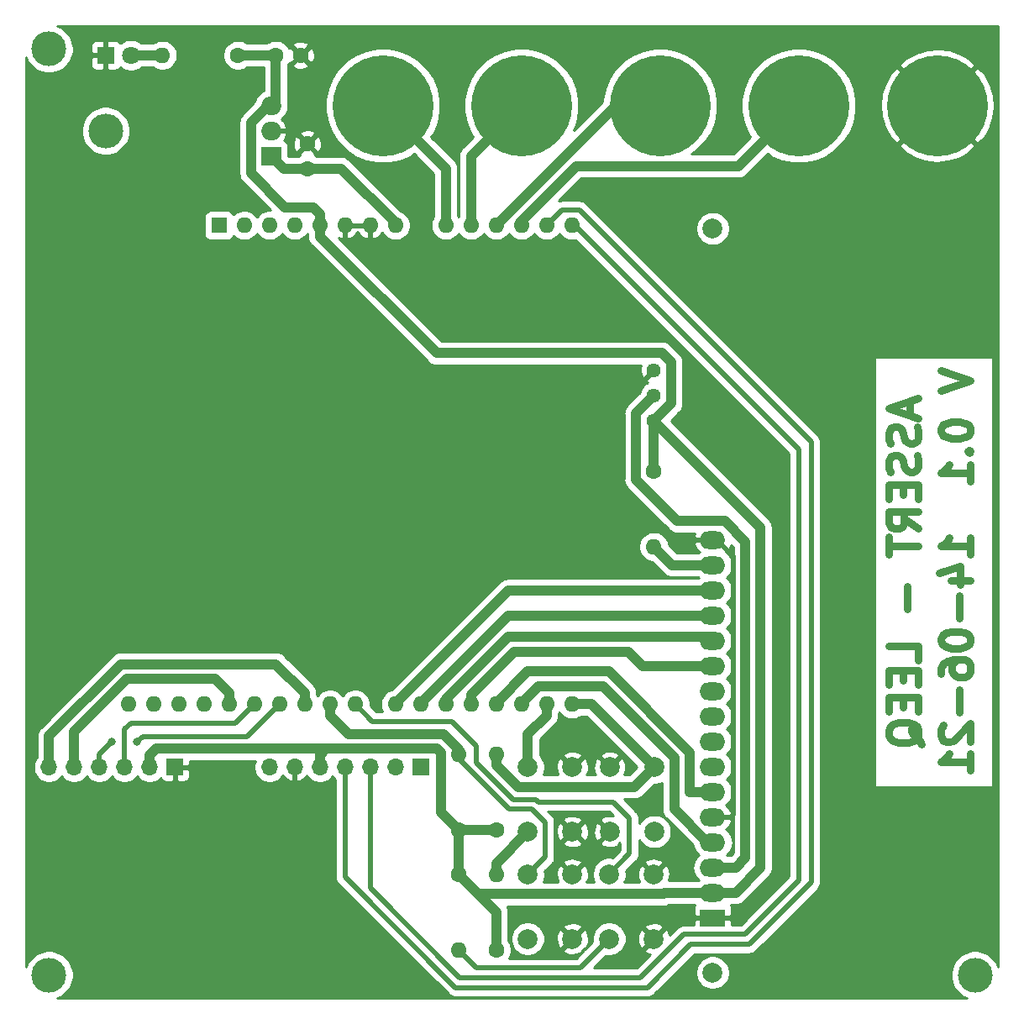
<source format=gbr>
%TF.GenerationSoftware,KiCad,Pcbnew,(5.1.9)-1*%
%TF.CreationDate,2021-06-15T00:17:23-03:00*%
%TF.ProjectId,assert,61737365-7274-42e6-9b69-6361645f7063,rev?*%
%TF.SameCoordinates,Original*%
%TF.FileFunction,Copper,L2,Bot*%
%TF.FilePolarity,Positive*%
%FSLAX46Y46*%
G04 Gerber Fmt 4.6, Leading zero omitted, Abs format (unit mm)*
G04 Created by KiCad (PCBNEW (5.1.9)-1) date 2021-06-15 00:17:23*
%MOMM*%
%LPD*%
G01*
G04 APERTURE LIST*
%TA.AperFunction,NonConductor*%
%ADD10C,0.750000*%
%TD*%
%TA.AperFunction,ComponentPad*%
%ADD11C,2.000000*%
%TD*%
%TA.AperFunction,ComponentPad*%
%ADD12O,2.600000X1.800000*%
%TD*%
%TA.AperFunction,ComponentPad*%
%ADD13R,2.600000X1.800000*%
%TD*%
%TA.AperFunction,ComponentPad*%
%ADD14O,1.600000X1.600000*%
%TD*%
%TA.AperFunction,ComponentPad*%
%ADD15R,1.600000X1.600000*%
%TD*%
%TA.AperFunction,ComponentPad*%
%ADD16C,10.160000*%
%TD*%
%TA.AperFunction,ComponentPad*%
%ADD17O,1.700000X1.700000*%
%TD*%
%TA.AperFunction,ComponentPad*%
%ADD18R,1.700000X1.700000*%
%TD*%
%TA.AperFunction,ComponentPad*%
%ADD19O,2.000000X1.905000*%
%TD*%
%TA.AperFunction,ComponentPad*%
%ADD20R,2.000000X1.905000*%
%TD*%
%TA.AperFunction,WasherPad*%
%ADD21O,3.500000X3.500000*%
%TD*%
%TA.AperFunction,ComponentPad*%
%ADD22C,1.440000*%
%TD*%
%TA.AperFunction,ComponentPad*%
%ADD23C,1.600000*%
%TD*%
%TA.AperFunction,ComponentPad*%
%ADD24C,1.800000*%
%TD*%
%TA.AperFunction,ComponentPad*%
%ADD25R,1.800000X1.800000*%
%TD*%
%TA.AperFunction,ViaPad*%
%ADD26C,3.500000*%
%TD*%
%TA.AperFunction,ViaPad*%
%ADD27C,0.800000*%
%TD*%
%TA.AperFunction,Conductor*%
%ADD28C,1.000000*%
%TD*%
%TA.AperFunction,Conductor*%
%ADD29C,0.500000*%
%TD*%
%TA.AperFunction,Conductor*%
%ADD30C,0.254000*%
%TD*%
%TA.AperFunction,Conductor*%
%ADD31C,0.100000*%
%TD*%
G04 APERTURE END LIST*
D10*
X89950000Y-38665714D02*
X89950000Y-40094285D01*
X90807142Y-38380000D02*
X87807142Y-39380000D01*
X90807142Y-40380000D01*
X90664285Y-41237142D02*
X90807142Y-41665714D01*
X90807142Y-42380000D01*
X90664285Y-42665714D01*
X90521428Y-42808571D01*
X90235714Y-42951428D01*
X89950000Y-42951428D01*
X89664285Y-42808571D01*
X89521428Y-42665714D01*
X89378571Y-42380000D01*
X89235714Y-41808571D01*
X89092857Y-41522857D01*
X88950000Y-41380000D01*
X88664285Y-41237142D01*
X88378571Y-41237142D01*
X88092857Y-41380000D01*
X87950000Y-41522857D01*
X87807142Y-41808571D01*
X87807142Y-42522857D01*
X87950000Y-42951428D01*
X90664285Y-44094285D02*
X90807142Y-44522857D01*
X90807142Y-45237142D01*
X90664285Y-45522857D01*
X90521428Y-45665714D01*
X90235714Y-45808571D01*
X89950000Y-45808571D01*
X89664285Y-45665714D01*
X89521428Y-45522857D01*
X89378571Y-45237142D01*
X89235714Y-44665714D01*
X89092857Y-44380000D01*
X88950000Y-44237142D01*
X88664285Y-44094285D01*
X88378571Y-44094285D01*
X88092857Y-44237142D01*
X87950000Y-44380000D01*
X87807142Y-44665714D01*
X87807142Y-45380000D01*
X87950000Y-45808571D01*
X89235714Y-47094285D02*
X89235714Y-48094285D01*
X90807142Y-48522857D02*
X90807142Y-47094285D01*
X87807142Y-47094285D01*
X87807142Y-48522857D01*
X90807142Y-51522857D02*
X89378571Y-50522857D01*
X90807142Y-49808571D02*
X87807142Y-49808571D01*
X87807142Y-50951428D01*
X87950000Y-51237142D01*
X88092857Y-51380000D01*
X88378571Y-51522857D01*
X88807142Y-51522857D01*
X89092857Y-51380000D01*
X89235714Y-51237142D01*
X89378571Y-50951428D01*
X89378571Y-49808571D01*
X87807142Y-52380000D02*
X87807142Y-54094285D01*
X90807142Y-53237142D02*
X87807142Y-53237142D01*
X89664285Y-57379999D02*
X89664285Y-59665714D01*
X90807142Y-64808571D02*
X90807142Y-63379999D01*
X87807142Y-63379999D01*
X89235714Y-65808571D02*
X89235714Y-66808571D01*
X90807142Y-67237142D02*
X90807142Y-65808571D01*
X87807142Y-65808571D01*
X87807142Y-67237142D01*
X89235714Y-68522857D02*
X89235714Y-69522857D01*
X90807142Y-69951428D02*
X90807142Y-68522857D01*
X87807142Y-68522857D01*
X87807142Y-69951428D01*
X91092857Y-73237142D02*
X90950000Y-72951428D01*
X90664285Y-72665714D01*
X90235714Y-72237142D01*
X90092857Y-71951428D01*
X90092857Y-71665714D01*
X90807142Y-71808571D02*
X90664285Y-71522857D01*
X90378571Y-71237142D01*
X89807142Y-71094285D01*
X88807142Y-71094285D01*
X88235714Y-71237142D01*
X87950000Y-71522857D01*
X87807142Y-71808571D01*
X87807142Y-72379999D01*
X87950000Y-72665714D01*
X88235714Y-72951428D01*
X88807142Y-73094285D01*
X89807142Y-73094285D01*
X90378571Y-72951428D01*
X90664285Y-72665714D01*
X90807142Y-72379999D01*
X90807142Y-71808571D01*
X93057142Y-35594285D02*
X96057142Y-36594285D01*
X93057142Y-37594285D01*
X93057142Y-41451428D02*
X93057142Y-41737142D01*
X93200000Y-42022857D01*
X93342857Y-42165714D01*
X93628571Y-42308571D01*
X94200000Y-42451428D01*
X94914285Y-42451428D01*
X95485714Y-42308571D01*
X95771428Y-42165714D01*
X95914285Y-42022857D01*
X96057142Y-41737142D01*
X96057142Y-41451428D01*
X95914285Y-41165714D01*
X95771428Y-41022857D01*
X95485714Y-40880000D01*
X94914285Y-40737142D01*
X94200000Y-40737142D01*
X93628571Y-40880000D01*
X93342857Y-41022857D01*
X93200000Y-41165714D01*
X93057142Y-41451428D01*
X95771428Y-43737142D02*
X95914285Y-43880000D01*
X96057142Y-43737142D01*
X95914285Y-43594285D01*
X95771428Y-43737142D01*
X96057142Y-43737142D01*
X96057142Y-46737142D02*
X96057142Y-45022857D01*
X96057142Y-45880000D02*
X93057142Y-45880000D01*
X93485714Y-45594285D01*
X93771428Y-45308571D01*
X93914285Y-45022857D01*
X96057142Y-54165714D02*
X96057142Y-52451428D01*
X96057142Y-53308571D02*
X93057142Y-53308571D01*
X93485714Y-53022857D01*
X93771428Y-52737142D01*
X93914285Y-52451428D01*
X94057142Y-56737142D02*
X96057142Y-56737142D01*
X92914285Y-56022857D02*
X95057142Y-55308571D01*
X95057142Y-57165714D01*
X94914285Y-58308571D02*
X94914285Y-60594285D01*
X93057142Y-62594285D02*
X93057142Y-62880000D01*
X93200000Y-63165714D01*
X93342857Y-63308571D01*
X93628571Y-63451428D01*
X94200000Y-63594285D01*
X94914285Y-63594285D01*
X95485714Y-63451428D01*
X95771428Y-63308571D01*
X95914285Y-63165714D01*
X96057142Y-62880000D01*
X96057142Y-62594285D01*
X95914285Y-62308571D01*
X95771428Y-62165714D01*
X95485714Y-62022857D01*
X94914285Y-61880000D01*
X94200000Y-61880000D01*
X93628571Y-62022857D01*
X93342857Y-62165714D01*
X93200000Y-62308571D01*
X93057142Y-62594285D01*
X93057142Y-66165714D02*
X93057142Y-65594285D01*
X93200000Y-65308571D01*
X93342857Y-65165714D01*
X93771428Y-64880000D01*
X94342857Y-64737142D01*
X95485714Y-64737142D01*
X95771428Y-64880000D01*
X95914285Y-65022857D01*
X96057142Y-65308571D01*
X96057142Y-65880000D01*
X95914285Y-66165714D01*
X95771428Y-66308571D01*
X95485714Y-66451428D01*
X94771428Y-66451428D01*
X94485714Y-66308571D01*
X94342857Y-66165714D01*
X94200000Y-65880000D01*
X94200000Y-65308571D01*
X94342857Y-65022857D01*
X94485714Y-64880000D01*
X94771428Y-64737142D01*
X94914285Y-67737142D02*
X94914285Y-70022857D01*
X93342857Y-71308571D02*
X93200000Y-71451428D01*
X93057142Y-71737142D01*
X93057142Y-72451428D01*
X93200000Y-72737142D01*
X93342857Y-72880000D01*
X93628571Y-73022857D01*
X93914285Y-73022857D01*
X94342857Y-72880000D01*
X96057142Y-71165714D01*
X96057142Y-73022857D01*
X96057142Y-75880000D02*
X96057142Y-74165714D01*
X96057142Y-75022857D02*
X93057142Y-75022857D01*
X93485714Y-74737142D01*
X93771428Y-74451428D01*
X93914285Y-74165714D01*
D11*
%TO.P,U2,*%
%TO.N,*%
X70080000Y-21270000D03*
X70080000Y-96269100D03*
D12*
%TO.P,U2,16*%
%TO.N,GNDREF*%
X70080000Y-52670000D03*
%TO.P,U2,15*%
%TO.N,Net-(R6-Pad2)*%
X70080000Y-55210000D03*
%TO.P,U2,14*%
%TO.N,/db7*%
X70080000Y-57750000D03*
%TO.P,U2,13*%
%TO.N,/db6*%
X70080000Y-60290000D03*
%TO.P,U2,12*%
%TO.N,/db5*%
X70080000Y-62830000D03*
%TO.P,U2,11*%
%TO.N,/db4*%
X70080000Y-65370000D03*
%TO.P,U2,10*%
%TO.N,Net-(U2-Pad10)*%
X70080000Y-67910000D03*
%TO.P,U2,9*%
%TO.N,Net-(U2-Pad9)*%
X70080000Y-70450000D03*
%TO.P,U2,8*%
%TO.N,Net-(U2-Pad8)*%
X70080000Y-72990000D03*
%TO.P,U2,7*%
%TO.N,Net-(U2-Pad7)*%
X70080000Y-75530000D03*
%TO.P,U2,6*%
%TO.N,/e*%
X70080000Y-78070000D03*
%TO.P,U2,5*%
%TO.N,GNDREF*%
X70080000Y-80610000D03*
%TO.P,U2,4*%
%TO.N,/rs*%
X70080000Y-83150000D03*
%TO.P,U2,3*%
%TO.N,Net-(RV1-Pad2)*%
X70080000Y-85690000D03*
%TO.P,U2,2*%
%TO.N,/5v*%
X70080000Y-88230000D03*
D13*
%TO.P,U2,1*%
%TO.N,GNDREF*%
X70080000Y-90770000D03*
%TD*%
D14*
%TO.P,A1,16*%
%TO.N,/menos*%
X53340000Y-69215000D03*
%TO.P,A1,15*%
%TO.N,/mais*%
X55880000Y-69215000D03*
%TO.P,A1,30*%
%TO.N,Net-(A1-Pad30)*%
X16260000Y-69215000D03*
%TO.P,A1,14*%
%TO.N,/scl*%
X55880000Y-20955000D03*
%TO.P,A1,29*%
%TO.N,GNDREF*%
X18800000Y-69215000D03*
%TO.P,A1,13*%
%TO.N,/sda*%
X53340000Y-20955000D03*
%TO.P,A1,28*%
%TO.N,/sck*%
X21340000Y-69215000D03*
%TO.P,A1,12*%
%TO.N,/s4*%
X50800000Y-20955000D03*
%TO.P,A1,27*%
%TO.N,/miso*%
X23880000Y-69215000D03*
%TO.P,A1,11*%
%TO.N,/s3*%
X48260000Y-20955000D03*
%TO.P,A1,26*%
%TO.N,/mosi*%
X26420000Y-69215000D03*
%TO.P,A1,10*%
%TO.N,/s2*%
X45720000Y-20955000D03*
%TO.P,A1,25*%
%TO.N,/cs*%
X28960000Y-69215000D03*
%TO.P,A1,9*%
%TO.N,/s1*%
X43180000Y-20955000D03*
%TO.P,A1,24*%
%TO.N,/selecionar*%
X31500000Y-69215000D03*
%TO.P,A1,8*%
%TO.N,/vin*%
X38100000Y-20955000D03*
%TO.P,A1,23*%
%TO.N,/cancelar*%
X34040000Y-69215000D03*
%TO.P,A1,7*%
%TO.N,GNDREF*%
X35560000Y-20955000D03*
%TO.P,A1,22*%
%TO.N,/db7*%
X38100000Y-69215000D03*
%TO.P,A1,6*%
%TO.N,GNDREF*%
X33020000Y-20955000D03*
%TO.P,A1,21*%
%TO.N,/db6*%
X40640000Y-69215000D03*
%TO.P,A1,5*%
%TO.N,/5v*%
X30480000Y-20955000D03*
%TO.P,A1,20*%
%TO.N,/db5*%
X43180000Y-69215000D03*
%TO.P,A1,4*%
%TO.N,Net-(A1-Pad4)*%
X27940000Y-20955000D03*
%TO.P,A1,19*%
%TO.N,/db4*%
X45720000Y-69215000D03*
%TO.P,A1,3*%
%TO.N,Net-(A1-Pad3)*%
X25400000Y-20955000D03*
%TO.P,A1,18*%
%TO.N,/e*%
X48260000Y-69215000D03*
%TO.P,A1,2*%
%TO.N,Net-(A1-Pad2)*%
X22860000Y-20955000D03*
%TO.P,A1,17*%
%TO.N,/rs*%
X50800000Y-69215000D03*
D15*
%TO.P,A1,1*%
%TO.N,Net-(A1-Pad1)*%
X20320000Y-20955000D03*
D14*
%TO.P,A1,31*%
%TO.N,Net-(A1-Pad31)*%
X13720000Y-69215000D03*
%TO.P,A1,32*%
%TO.N,Net-(A1-Pad32)*%
X11180000Y-69215000D03*
%TD*%
D16*
%TO.P,J5,1*%
%TO.N,GNDREF*%
X92710000Y-8890000D03*
%TD*%
%TO.P,J4,1*%
%TO.N,/s4*%
X78740000Y-8890000D03*
%TD*%
D17*
%TO.P,J9,7*%
%TO.N,/bat*%
X25400000Y-75565000D03*
%TO.P,J9,6*%
%TO.N,GNDREF*%
X27940000Y-75565000D03*
%TO.P,J9,5*%
%TO.N,/5v*%
X30480000Y-75565000D03*
%TO.P,J9,4*%
%TO.N,/sda*%
X33020000Y-75565000D03*
%TO.P,J9,3*%
%TO.N,/scl*%
X35560000Y-75565000D03*
%TO.P,J9,2*%
%TO.N,/ds*%
X38100000Y-75565000D03*
D18*
%TO.P,J9,1*%
%TO.N,/sq*%
X40640000Y-75565000D03*
%TD*%
D19*
%TO.P,U1,3*%
%TO.N,/5v*%
X25550000Y-8890000D03*
%TO.P,U1,2*%
%TO.N,GNDREF*%
X25550000Y-11430000D03*
D20*
%TO.P,U1,1*%
%TO.N,/vin*%
X25550000Y-13970000D03*
D21*
%TO.P,U1,*%
%TO.N,*%
X8890000Y-11430000D03*
%TD*%
D11*
%TO.P,SW4,1*%
%TO.N,/cancelar*%
X59635000Y-86360000D03*
%TO.P,SW4,2*%
%TO.N,GNDREF*%
X64135000Y-86360000D03*
%TO.P,SW4,1*%
%TO.N,/cancelar*%
X59635000Y-92860000D03*
%TO.P,SW4,2*%
%TO.N,GNDREF*%
X64135000Y-92860000D03*
%TD*%
%TO.P,SW3,1*%
%TO.N,/selecionar*%
X51435000Y-86360000D03*
%TO.P,SW3,2*%
%TO.N,GNDREF*%
X55935000Y-86360000D03*
%TO.P,SW3,1*%
%TO.N,/selecionar*%
X51435000Y-92860000D03*
%TO.P,SW3,2*%
%TO.N,GNDREF*%
X55935000Y-92860000D03*
%TD*%
%TO.P,SW2,1*%
%TO.N,/menos*%
X51435000Y-75565000D03*
%TO.P,SW2,2*%
%TO.N,GNDREF*%
X55935000Y-75565000D03*
%TO.P,SW2,1*%
%TO.N,/menos*%
X51435000Y-82065000D03*
%TO.P,SW2,2*%
%TO.N,GNDREF*%
X55935000Y-82065000D03*
%TD*%
%TO.P,SW1,1*%
%TO.N,/mais*%
X64190000Y-82065000D03*
%TO.P,SW1,2*%
%TO.N,GNDREF*%
X59690000Y-82065000D03*
%TO.P,SW1,1*%
%TO.N,/mais*%
X64190000Y-75565000D03*
%TO.P,SW1,2*%
%TO.N,GNDREF*%
X59690000Y-75565000D03*
%TD*%
D22*
%TO.P,RV1,1*%
%TO.N,GNDREF*%
X64135000Y-35560000D03*
%TO.P,RV1,2*%
%TO.N,Net-(RV1-Pad2)*%
X64135000Y-38100000D03*
%TO.P,RV1,3*%
%TO.N,/5v*%
X64135000Y-40640000D03*
%TD*%
D14*
%TO.P,R6,2*%
%TO.N,Net-(R6-Pad2)*%
X64135000Y-53340000D03*
D23*
%TO.P,R6,1*%
%TO.N,/5v*%
X64135000Y-45720000D03*
%TD*%
D14*
%TO.P,R5,2*%
%TO.N,/cancelar*%
X44450000Y-93980000D03*
D23*
%TO.P,R5,1*%
%TO.N,/5v*%
X44450000Y-86360000D03*
%TD*%
D14*
%TO.P,R4,2*%
%TO.N,/selecionar*%
X44450000Y-74295000D03*
D23*
%TO.P,R4,1*%
%TO.N,/5v*%
X44450000Y-81915000D03*
%TD*%
D14*
%TO.P,R3,2*%
%TO.N,/menos*%
X48260000Y-86360000D03*
D23*
%TO.P,R3,1*%
%TO.N,/5v*%
X48260000Y-93980000D03*
%TD*%
D14*
%TO.P,R2,2*%
%TO.N,/mais*%
X48260000Y-74295000D03*
D23*
%TO.P,R2,1*%
%TO.N,/5v*%
X48260000Y-81915000D03*
%TD*%
D14*
%TO.P,R1,2*%
%TO.N,Net-(D1-Pad2)*%
X14605000Y-3810000D03*
D23*
%TO.P,R1,1*%
%TO.N,/5v*%
X22225000Y-3810000D03*
%TD*%
D17*
%TO.P,J8,6*%
%TO.N,/cs*%
X3175000Y-75565000D03*
%TO.P,J8,5*%
%TO.N,/sck*%
X5715000Y-75565000D03*
%TO.P,J8,4*%
%TO.N,/mosi*%
X8255000Y-75565000D03*
%TO.P,J8,3*%
%TO.N,/miso*%
X10795000Y-75565000D03*
%TO.P,J8,2*%
%TO.N,/5v*%
X13335000Y-75565000D03*
D18*
%TO.P,J8,1*%
%TO.N,GNDREF*%
X15875000Y-75565000D03*
%TD*%
D16*
%TO.P,J3,1*%
%TO.N,/s3*%
X64770000Y-8890000D03*
%TD*%
%TO.P,J2,1*%
%TO.N,/s2*%
X50800000Y-8890000D03*
%TD*%
%TO.P,J1,1*%
%TO.N,/s1*%
X36830000Y-8890000D03*
%TD*%
D24*
%TO.P,D1,2*%
%TO.N,Net-(D1-Pad2)*%
X11430000Y-3810000D03*
D25*
%TO.P,D1,1*%
%TO.N,GNDREF*%
X8890000Y-3810000D03*
%TD*%
D23*
%TO.P,C2,2*%
%TO.N,GNDREF*%
X28535000Y-3810000D03*
%TO.P,C2,1*%
%TO.N,/5v*%
X26035000Y-3810000D03*
%TD*%
%TO.P,C1,2*%
%TO.N,GNDREF*%
X29210000Y-12740000D03*
%TO.P,C1,1*%
%TO.N,/vin*%
X29210000Y-15240000D03*
%TD*%
D26*
%TO.N,*%
X3175000Y-96520000D03*
X96520000Y-96520000D03*
X3175000Y-3175000D03*
D27*
%TO.N,/mosi*%
X9525000Y-73025000D03*
X12065000Y-73025000D03*
%TD*%
D28*
%TO.N,/menos*%
X53340000Y-70346370D02*
X53340000Y-69215000D01*
X51435000Y-75565000D02*
X51435000Y-72251370D01*
X51435000Y-72251370D02*
X53340000Y-70346370D01*
X48260000Y-85240000D02*
X51435000Y-82065000D01*
X48260000Y-86360000D02*
X48260000Y-85240000D01*
%TO.N,/mais*%
X57840000Y-69215000D02*
X55880000Y-69215000D01*
X64190000Y-75565000D02*
X57840000Y-69215000D01*
X62189999Y-77565001D02*
X64190000Y-75565000D01*
X50476335Y-77565001D02*
X62189999Y-77565001D01*
X48260000Y-74295000D02*
X48260000Y-75348666D01*
X48260000Y-75348666D02*
X50476335Y-77565001D01*
D29*
%TO.N,/scl*%
X56115653Y-20955000D02*
X55880000Y-20955000D01*
X78740000Y-43579347D02*
X56115653Y-20955000D01*
X73314999Y-92420001D02*
X78740000Y-86995000D01*
X62795013Y-96789989D02*
X67165001Y-92420001D01*
X67165001Y-92420001D02*
X73314999Y-92420001D01*
X78740000Y-86995000D02*
X78740000Y-43579347D01*
X44575760Y-96789989D02*
X62795013Y-96789989D01*
X35560000Y-87774229D02*
X44575760Y-96789989D01*
X35560000Y-75565000D02*
X35560000Y-87774229D01*
%TO.N,GNDREF*%
X71880000Y-80610000D02*
X70080000Y-80610000D01*
X72130010Y-80359990D02*
X71880000Y-80610000D01*
X72130010Y-54320010D02*
X72130010Y-80359990D01*
X70480000Y-52670000D02*
X72130010Y-54320010D01*
X70080000Y-52670000D02*
X70480000Y-52670000D01*
%TO.N,/sda*%
X44161542Y-97790000D02*
X63500000Y-97790000D01*
X63500000Y-97790000D02*
X67869988Y-93420012D01*
X67869988Y-93420012D02*
X73729217Y-93420012D01*
X56624001Y-19404999D02*
X54890001Y-19404999D01*
X73729217Y-93420012D02*
X80010000Y-87139229D01*
X80010000Y-87139229D02*
X80010000Y-42790998D01*
X80010000Y-42790998D02*
X56624001Y-19404999D01*
X54890001Y-19404999D02*
X53340000Y-20955000D01*
X33020000Y-86648458D02*
X44161542Y-97790000D01*
X33020000Y-75565000D02*
X33020000Y-86648458D01*
D28*
%TO.N,/sck*%
X21340000Y-68083630D02*
X21340000Y-69215000D01*
X19931370Y-66675000D02*
X21340000Y-68083630D01*
X5715000Y-72015998D02*
X11055998Y-66675000D01*
X5715000Y-75565000D02*
X5715000Y-72015998D01*
X11055998Y-66675000D02*
X19931370Y-66675000D01*
%TO.N,/s4*%
X50800000Y-20955000D02*
X50800000Y-20497482D01*
X50800000Y-20497482D02*
X56327481Y-14970001D01*
X56327481Y-14970001D02*
X72659999Y-14970001D01*
X72659999Y-14970001D02*
X78740000Y-8890000D01*
D29*
%TO.N,/miso*%
X21975000Y-71120000D02*
X23880000Y-69215000D01*
X11430000Y-71120000D02*
X21975000Y-71120000D01*
X10795000Y-71755000D02*
X11430000Y-71120000D01*
X10795000Y-75565000D02*
X10795000Y-71755000D01*
D28*
%TO.N,/s3*%
X48260000Y-20916148D02*
X48260000Y-20955000D01*
X60286148Y-8890000D02*
X48260000Y-20916148D01*
X64770000Y-8890000D02*
X60286148Y-8890000D01*
D29*
%TO.N,/mosi*%
X8255000Y-74295000D02*
X9525000Y-73025000D01*
X8255000Y-75565000D02*
X8255000Y-74295000D01*
X23170012Y-72464988D02*
X26420000Y-69215000D01*
X12625012Y-72464988D02*
X23170012Y-72464988D01*
X12065000Y-73025000D02*
X12625012Y-72464988D01*
D28*
%TO.N,/s2*%
X45720000Y-13970000D02*
X45720000Y-20955000D01*
X50800000Y-8890000D02*
X45720000Y-13970000D01*
%TO.N,/cs*%
X3175000Y-75565000D02*
X3175000Y-72434663D01*
X10434674Y-65174989D02*
X26051359Y-65174989D01*
X3175000Y-72434663D02*
X10434674Y-65174989D01*
X28960000Y-68083630D02*
X28960000Y-69215000D01*
X26051359Y-65174989D02*
X28960000Y-68083630D01*
%TO.N,/s1*%
X43180000Y-15240000D02*
X43180000Y-20955000D01*
X36830000Y-8890000D02*
X43180000Y-15240000D01*
D29*
%TO.N,/selecionar*%
X53185001Y-84609999D02*
X53185001Y-81125001D01*
X51435000Y-86360000D02*
X53185001Y-84609999D01*
X44450000Y-74722011D02*
X44450000Y-74295000D01*
X49543010Y-79815021D02*
X44450000Y-74722011D01*
X51875022Y-79815022D02*
X49543010Y-79815021D01*
X53185001Y-81125001D02*
X51875022Y-79815022D01*
D28*
X42911325Y-72214988D02*
X33368618Y-72214988D01*
X44450000Y-73753663D02*
X42911325Y-72214988D01*
X31500000Y-70346370D02*
X31500000Y-69215000D01*
X33368618Y-72214988D02*
X31500000Y-70346370D01*
X44450000Y-74295000D02*
X44450000Y-73753663D01*
%TO.N,/vin*%
X26820000Y-15240000D02*
X29210000Y-15240000D01*
X25550000Y-13970000D02*
X26820000Y-15240000D01*
X38100000Y-20706815D02*
X38100000Y-20955000D01*
X32633185Y-15240000D02*
X38100000Y-20706815D01*
X29210000Y-15240000D02*
X32633185Y-15240000D01*
D29*
%TO.N,/cancelar*%
X61690001Y-84304999D02*
X61690001Y-80740001D01*
X60015012Y-79065012D02*
X52539241Y-79065012D01*
X52539241Y-79065012D02*
X52289239Y-78815012D01*
X61690001Y-80740001D02*
X60015012Y-79065012D01*
X59635000Y-86360000D02*
X61690001Y-84304999D01*
X49957228Y-78815011D02*
X46250001Y-75107784D01*
X43783979Y-70964977D02*
X35789977Y-70964977D01*
X35789977Y-70964977D02*
X34040000Y-69215000D01*
X46250001Y-75107784D02*
X46250001Y-73430999D01*
X52289239Y-78815012D02*
X49957228Y-78815011D01*
X46250001Y-73430999D02*
X43783979Y-70964977D01*
X46259978Y-95789978D02*
X56705022Y-95789978D01*
X44450000Y-93980000D02*
X46259978Y-95789978D01*
X56705022Y-95789978D02*
X59635000Y-92860000D01*
D28*
%TO.N,/db7*%
X38100000Y-69090998D02*
X38100000Y-69215000D01*
X49440998Y-57750000D02*
X38100000Y-69090998D01*
X70080000Y-57750000D02*
X49440998Y-57750000D01*
%TO.N,/db6*%
X49440998Y-60290000D02*
X40640000Y-69090998D01*
X40640000Y-69090998D02*
X40640000Y-69215000D01*
X70080000Y-60290000D02*
X49440998Y-60290000D01*
%TO.N,/db5*%
X70080000Y-62830000D02*
X69654980Y-62404980D01*
X49447352Y-62404980D02*
X43180000Y-68672332D01*
X43180000Y-68672332D02*
X43180000Y-69215000D01*
X69654980Y-62404980D02*
X49447352Y-62404980D01*
%TO.N,/db4*%
X45720000Y-68253666D02*
X45720000Y-69215000D01*
X63046334Y-65370000D02*
X61581325Y-63904991D01*
X50068675Y-63904991D02*
X45720000Y-68253666D01*
X70080000Y-65370000D02*
X63046334Y-65370000D01*
X61581325Y-63904991D02*
X50068675Y-63904991D01*
%TO.N,/rs*%
X50800000Y-69090998D02*
X50800000Y-69215000D01*
X52475999Y-67414999D02*
X50800000Y-69090998D01*
X59000001Y-67414999D02*
X52475999Y-67414999D01*
X70080000Y-83150000D02*
X69532981Y-83150000D01*
X66190001Y-74604999D02*
X59000001Y-67414999D01*
X69532981Y-83150000D02*
X66190001Y-79807020D01*
X66190001Y-79807020D02*
X66190001Y-74604999D01*
%TO.N,/e*%
X67780000Y-78070000D02*
X67780000Y-74073663D01*
X70080000Y-78070000D02*
X67780000Y-78070000D01*
X67780000Y-74073663D02*
X59621325Y-65914988D01*
X59621325Y-65914988D02*
X51436010Y-65914988D01*
X51436010Y-65914988D02*
X48260000Y-69090998D01*
X48260000Y-69090998D02*
X48260000Y-69215000D01*
%TO.N,/5v*%
X22225000Y-3810000D02*
X26035000Y-3810000D01*
D29*
X26035000Y-8405000D02*
X25550000Y-8890000D01*
D28*
X26035000Y-3810000D02*
X26035000Y-8405000D01*
X30480000Y-19823630D02*
X30480000Y-20955000D01*
X25550000Y-8890000D02*
X25281234Y-8890000D01*
X25281234Y-8890000D02*
X23549999Y-10621235D01*
X29811369Y-19154999D02*
X30480000Y-19823630D01*
X23549999Y-10621235D02*
X23549999Y-15722501D01*
X23549999Y-15722501D02*
X26982497Y-19154999D01*
X26982497Y-19154999D02*
X29811369Y-19154999D01*
X48260000Y-90170000D02*
X44450000Y-86360000D01*
X48260000Y-93980000D02*
X48260000Y-90170000D01*
X44450000Y-86360000D02*
X44450000Y-81915000D01*
X44450000Y-81915000D02*
X48260000Y-81915000D01*
X46450001Y-88360001D02*
X44450000Y-86360000D01*
X70080000Y-88230000D02*
X65225002Y-88230000D01*
X65225002Y-88230000D02*
X65095001Y-88360001D01*
X65095001Y-88360001D02*
X46450001Y-88360001D01*
X64135000Y-40640000D02*
X64135000Y-45720000D01*
X65855001Y-38919999D02*
X64135000Y-40640000D01*
X65855001Y-34734399D02*
X65855001Y-38919999D01*
X64960601Y-33839999D02*
X65855001Y-34734399D01*
X42233629Y-33839999D02*
X64960601Y-33839999D01*
X30480000Y-22086370D02*
X42233629Y-33839999D01*
X30480000Y-20955000D02*
X30480000Y-22086370D01*
X72380000Y-88230000D02*
X70080000Y-88230000D01*
X74880029Y-51385029D02*
X74880029Y-85729971D01*
X74880029Y-85729971D02*
X72380000Y-88230000D01*
X64135000Y-40640000D02*
X74880029Y-51385029D01*
X42649999Y-80114999D02*
X44450000Y-81915000D01*
X30480000Y-74362919D02*
X31127920Y-73714999D01*
X42290001Y-73714999D02*
X42649999Y-74074997D01*
X42649999Y-74074997D02*
X42649999Y-80114999D01*
X30480000Y-74362919D02*
X30480000Y-75565000D01*
X13982920Y-73714999D02*
X31949001Y-73714999D01*
X13335000Y-74362919D02*
X13982920Y-73714999D01*
X13335000Y-75565000D02*
X13335000Y-74362919D01*
X31949001Y-73714999D02*
X42290001Y-73714999D01*
X31127920Y-73714999D02*
X31949001Y-73714999D01*
%TO.N,Net-(D1-Pad2)*%
X11430000Y-3810000D02*
X14605000Y-3810000D01*
%TO.N,Net-(R6-Pad2)*%
X66005000Y-55210000D02*
X64135000Y-53340000D01*
X70080000Y-55210000D02*
X66005000Y-55210000D01*
%TO.N,Net-(RV1-Pad2)*%
X72380000Y-85690000D02*
X70080000Y-85690000D01*
X64135000Y-38100000D02*
X62334999Y-39900001D01*
X62334999Y-46584001D02*
X66520988Y-50769990D01*
X73380020Y-84689980D02*
X72380000Y-85690000D01*
X73380020Y-52883001D02*
X73380020Y-84689980D01*
X71267009Y-50769990D02*
X73380020Y-52883001D01*
X66520988Y-50769990D02*
X71267009Y-50769990D01*
X62334999Y-39900001D02*
X62334999Y-46584001D01*
%TD*%
D30*
%TO.N,GNDREF*%
X98868000Y-95715861D02*
X98715089Y-95346701D01*
X98444011Y-94941005D01*
X98098995Y-94595989D01*
X97693299Y-94324911D01*
X97242514Y-94138190D01*
X96763963Y-94043000D01*
X96276037Y-94043000D01*
X95797486Y-94138190D01*
X95346701Y-94324911D01*
X94941005Y-94595989D01*
X94595989Y-94941005D01*
X94324911Y-95346701D01*
X94138190Y-95797486D01*
X94043000Y-96276037D01*
X94043000Y-96763963D01*
X94138190Y-97242514D01*
X94324911Y-97693299D01*
X94595989Y-98098995D01*
X94941005Y-98444011D01*
X95346701Y-98715089D01*
X95715861Y-98868000D01*
X3979139Y-98868000D01*
X4348299Y-98715089D01*
X4753995Y-98444011D01*
X5099011Y-98098995D01*
X5370089Y-97693299D01*
X5556810Y-97242514D01*
X5652000Y-96763963D01*
X5652000Y-96276037D01*
X5556810Y-95797486D01*
X5370089Y-95346701D01*
X5099011Y-94941005D01*
X4753995Y-94595989D01*
X4348299Y-94324911D01*
X3897514Y-94138190D01*
X3418963Y-94043000D01*
X2931037Y-94043000D01*
X2452486Y-94138190D01*
X2001701Y-94324911D01*
X1596005Y-94595989D01*
X1250989Y-94941005D01*
X979911Y-95346701D01*
X827000Y-95715861D01*
X827000Y-75409679D01*
X1598000Y-75409679D01*
X1598000Y-75720321D01*
X1658604Y-76024994D01*
X1777481Y-76311989D01*
X1950064Y-76570279D01*
X2169721Y-76789936D01*
X2428011Y-76962519D01*
X2715006Y-77081396D01*
X3019679Y-77142000D01*
X3330321Y-77142000D01*
X3634994Y-77081396D01*
X3921989Y-76962519D01*
X4180279Y-76789936D01*
X4399936Y-76570279D01*
X4445000Y-76502836D01*
X4490064Y-76570279D01*
X4709721Y-76789936D01*
X4968011Y-76962519D01*
X5255006Y-77081396D01*
X5559679Y-77142000D01*
X5870321Y-77142000D01*
X6174994Y-77081396D01*
X6461989Y-76962519D01*
X6720279Y-76789936D01*
X6939936Y-76570279D01*
X6985000Y-76502836D01*
X7030064Y-76570279D01*
X7249721Y-76789936D01*
X7508011Y-76962519D01*
X7795006Y-77081396D01*
X8099679Y-77142000D01*
X8410321Y-77142000D01*
X8714994Y-77081396D01*
X9001989Y-76962519D01*
X9260279Y-76789936D01*
X9479936Y-76570279D01*
X9525000Y-76502836D01*
X9570064Y-76570279D01*
X9789721Y-76789936D01*
X10048011Y-76962519D01*
X10335006Y-77081396D01*
X10639679Y-77142000D01*
X10950321Y-77142000D01*
X11254994Y-77081396D01*
X11541989Y-76962519D01*
X11800279Y-76789936D01*
X12019936Y-76570279D01*
X12065000Y-76502836D01*
X12110064Y-76570279D01*
X12329721Y-76789936D01*
X12588011Y-76962519D01*
X12875006Y-77081396D01*
X13179679Y-77142000D01*
X13490321Y-77142000D01*
X13794994Y-77081396D01*
X14081989Y-76962519D01*
X14340279Y-76789936D01*
X14447877Y-76682338D01*
X14494463Y-76769494D01*
X14573815Y-76866185D01*
X14670506Y-76945537D01*
X14780820Y-77004502D01*
X14900518Y-77040812D01*
X15025000Y-77053072D01*
X15589250Y-77050000D01*
X15748000Y-76891250D01*
X15748000Y-75692000D01*
X16002000Y-75692000D01*
X16002000Y-76891250D01*
X16160750Y-77050000D01*
X16725000Y-77053072D01*
X16849482Y-77040812D01*
X16969180Y-77004502D01*
X17079494Y-76945537D01*
X17176185Y-76866185D01*
X17255537Y-76769494D01*
X17314502Y-76659180D01*
X17350812Y-76539482D01*
X17363072Y-76415000D01*
X17360000Y-75850750D01*
X17201250Y-75692000D01*
X16002000Y-75692000D01*
X15748000Y-75692000D01*
X15728000Y-75692000D01*
X15728000Y-75438000D01*
X15748000Y-75438000D01*
X15748000Y-75418000D01*
X16002000Y-75418000D01*
X16002000Y-75438000D01*
X17201250Y-75438000D01*
X17360000Y-75279250D01*
X17361836Y-74941999D01*
X23951124Y-74941999D01*
X23883604Y-75105006D01*
X23823000Y-75409679D01*
X23823000Y-75720321D01*
X23883604Y-76024994D01*
X24002481Y-76311989D01*
X24175064Y-76570279D01*
X24394721Y-76789936D01*
X24653011Y-76962519D01*
X24940006Y-77081396D01*
X25244679Y-77142000D01*
X25555321Y-77142000D01*
X25859994Y-77081396D01*
X26146989Y-76962519D01*
X26405279Y-76789936D01*
X26624936Y-76570279D01*
X26727344Y-76417014D01*
X26744822Y-76446355D01*
X26939731Y-76662588D01*
X27173080Y-76836641D01*
X27435901Y-76961825D01*
X27583110Y-77006476D01*
X27813000Y-76885155D01*
X27813000Y-75692000D01*
X27793000Y-75692000D01*
X27793000Y-75438000D01*
X27813000Y-75438000D01*
X27813000Y-75418000D01*
X28067000Y-75418000D01*
X28067000Y-75438000D01*
X28087000Y-75438000D01*
X28087000Y-75692000D01*
X28067000Y-75692000D01*
X28067000Y-76885155D01*
X28296890Y-77006476D01*
X28444099Y-76961825D01*
X28706920Y-76836641D01*
X28940269Y-76662588D01*
X29135178Y-76446355D01*
X29152656Y-76417014D01*
X29255064Y-76570279D01*
X29474721Y-76789936D01*
X29733011Y-76962519D01*
X30020006Y-77081396D01*
X30324679Y-77142000D01*
X30635321Y-77142000D01*
X30939994Y-77081396D01*
X31226989Y-76962519D01*
X31485279Y-76789936D01*
X31704936Y-76570279D01*
X31750000Y-76502836D01*
X31795064Y-76570279D01*
X32014721Y-76789936D01*
X32043000Y-76808831D01*
X32043001Y-86600455D01*
X32038273Y-86648458D01*
X32057137Y-86839983D01*
X32113003Y-87024148D01*
X32180677Y-87150756D01*
X32203725Y-87193876D01*
X32325815Y-87342644D01*
X32363093Y-87373237D01*
X43436763Y-98446908D01*
X43467356Y-98484186D01*
X43616124Y-98606276D01*
X43785851Y-98696997D01*
X43877934Y-98724930D01*
X43970016Y-98752863D01*
X44161542Y-98771727D01*
X44209535Y-98767000D01*
X63452007Y-98767000D01*
X63500000Y-98771727D01*
X63691525Y-98752863D01*
X63875691Y-98696997D01*
X64045418Y-98606276D01*
X64194186Y-98484186D01*
X64224784Y-98446902D01*
X66572681Y-96099005D01*
X68353000Y-96099005D01*
X68353000Y-96439195D01*
X68419368Y-96772847D01*
X68549553Y-97087141D01*
X68738552Y-97369998D01*
X68979102Y-97610548D01*
X69261959Y-97799547D01*
X69576253Y-97929732D01*
X69909905Y-97996100D01*
X70250095Y-97996100D01*
X70583747Y-97929732D01*
X70898041Y-97799547D01*
X71180898Y-97610548D01*
X71421448Y-97369998D01*
X71610447Y-97087141D01*
X71740632Y-96772847D01*
X71807000Y-96439195D01*
X71807000Y-96099005D01*
X71740632Y-95765353D01*
X71610447Y-95451059D01*
X71421448Y-95168202D01*
X71180898Y-94927652D01*
X70898041Y-94738653D01*
X70583747Y-94608468D01*
X70250095Y-94542100D01*
X69909905Y-94542100D01*
X69576253Y-94608468D01*
X69261959Y-94738653D01*
X68979102Y-94927652D01*
X68738552Y-95168202D01*
X68549553Y-95451059D01*
X68419368Y-95765353D01*
X68353000Y-96099005D01*
X66572681Y-96099005D01*
X68274675Y-94397012D01*
X73681224Y-94397012D01*
X73729217Y-94401739D01*
X73920742Y-94382875D01*
X74010359Y-94355690D01*
X74104908Y-94327009D01*
X74274635Y-94236288D01*
X74423403Y-94114198D01*
X74454001Y-94076914D01*
X80666902Y-87864013D01*
X80704186Y-87833415D01*
X80826276Y-87684647D01*
X80916997Y-87514920D01*
X80969256Y-87342644D01*
X80972863Y-87330755D01*
X80991727Y-87139229D01*
X80987000Y-87091236D01*
X80987000Y-42838991D01*
X80991727Y-42790998D01*
X80972863Y-42599472D01*
X80916997Y-42415307D01*
X80826275Y-42245579D01*
X80734779Y-42134090D01*
X80704186Y-42096812D01*
X80666908Y-42066219D01*
X72807260Y-34206571D01*
X86375500Y-34206571D01*
X86375500Y-77553428D01*
X98329500Y-77553428D01*
X98329500Y-34206571D01*
X86375500Y-34206571D01*
X72807260Y-34206571D01*
X59700594Y-21099905D01*
X68353000Y-21099905D01*
X68353000Y-21440095D01*
X68419368Y-21773747D01*
X68549553Y-22088041D01*
X68738552Y-22370898D01*
X68979102Y-22611448D01*
X69261959Y-22800447D01*
X69576253Y-22930632D01*
X69909905Y-22997000D01*
X70250095Y-22997000D01*
X70583747Y-22930632D01*
X70898041Y-22800447D01*
X71180898Y-22611448D01*
X71421448Y-22370898D01*
X71610447Y-22088041D01*
X71740632Y-21773747D01*
X71807000Y-21440095D01*
X71807000Y-21099905D01*
X71740632Y-20766253D01*
X71610447Y-20451959D01*
X71421448Y-20169102D01*
X71180898Y-19928552D01*
X70898041Y-19739553D01*
X70583747Y-19609368D01*
X70250095Y-19543000D01*
X69909905Y-19543000D01*
X69576253Y-19609368D01*
X69261959Y-19739553D01*
X68979102Y-19928552D01*
X68738552Y-20169102D01*
X68549553Y-20451959D01*
X68419368Y-20766253D01*
X68353000Y-21099905D01*
X59700594Y-21099905D01*
X57348785Y-18748097D01*
X57318187Y-18710813D01*
X57169419Y-18588723D01*
X56999692Y-18498002D01*
X56815526Y-18442136D01*
X56671994Y-18427999D01*
X56624001Y-18423272D01*
X56576008Y-18427999D01*
X54937983Y-18427999D01*
X54890000Y-18423273D01*
X54842017Y-18427999D01*
X54842008Y-18427999D01*
X54698476Y-18442136D01*
X54543606Y-18489115D01*
X56835721Y-16197001D01*
X72599739Y-16197001D01*
X72659999Y-16202936D01*
X72720259Y-16197001D01*
X72720267Y-16197001D01*
X72900533Y-16179246D01*
X73131823Y-16109085D01*
X73344982Y-15995150D01*
X73531816Y-15841818D01*
X73570238Y-15795001D01*
X75593586Y-13771654D01*
X75989354Y-14036097D01*
X77046160Y-14473841D01*
X78168060Y-14697000D01*
X79311940Y-14697000D01*
X80433840Y-14473841D01*
X81490646Y-14036097D01*
X82441747Y-13400592D01*
X82915143Y-12927196D01*
X88852409Y-12927196D01*
X89438124Y-13609416D01*
X90421704Y-14157045D01*
X91493223Y-14502265D01*
X92611501Y-14631808D01*
X93733565Y-14540697D01*
X94816294Y-14232433D01*
X95818079Y-13718863D01*
X95981876Y-13609416D01*
X96567591Y-12927196D01*
X92710000Y-9069605D01*
X88852409Y-12927196D01*
X82915143Y-12927196D01*
X83250592Y-12591747D01*
X83886097Y-11640646D01*
X84323841Y-10583840D01*
X84547000Y-9461940D01*
X84547000Y-8791501D01*
X86968192Y-8791501D01*
X87059303Y-9913565D01*
X87367567Y-10996294D01*
X87881137Y-11998079D01*
X87990584Y-12161876D01*
X88672804Y-12747591D01*
X92530395Y-8890000D01*
X92889605Y-8890000D01*
X96747196Y-12747591D01*
X97429416Y-12161876D01*
X97977045Y-11178296D01*
X98322265Y-10106777D01*
X98451808Y-8988499D01*
X98360697Y-7866435D01*
X98052433Y-6783706D01*
X97538863Y-5781921D01*
X97429416Y-5618124D01*
X96747196Y-5032409D01*
X92889605Y-8890000D01*
X92530395Y-8890000D01*
X88672804Y-5032409D01*
X87990584Y-5618124D01*
X87442955Y-6601704D01*
X87097735Y-7673223D01*
X86968192Y-8791501D01*
X84547000Y-8791501D01*
X84547000Y-8318060D01*
X84323841Y-7196160D01*
X83886097Y-6139354D01*
X83250592Y-5188253D01*
X82915143Y-4852804D01*
X88852409Y-4852804D01*
X92710000Y-8710395D01*
X96567591Y-4852804D01*
X95981876Y-4170584D01*
X94998296Y-3622955D01*
X93926777Y-3277735D01*
X92808499Y-3148192D01*
X91686435Y-3239303D01*
X90603706Y-3547567D01*
X89601921Y-4061137D01*
X89438124Y-4170584D01*
X88852409Y-4852804D01*
X82915143Y-4852804D01*
X82441747Y-4379408D01*
X81490646Y-3743903D01*
X80433840Y-3306159D01*
X79311940Y-3083000D01*
X78168060Y-3083000D01*
X77046160Y-3306159D01*
X75989354Y-3743903D01*
X75038253Y-4379408D01*
X74229408Y-5188253D01*
X73593903Y-6139354D01*
X73156159Y-7196160D01*
X72933000Y-8318060D01*
X72933000Y-9461940D01*
X73156159Y-10583840D01*
X73593903Y-11640646D01*
X73858346Y-12036414D01*
X72151760Y-13743001D01*
X67959295Y-13743001D01*
X68471747Y-13400592D01*
X69280592Y-12591747D01*
X69916097Y-11640646D01*
X70353841Y-10583840D01*
X70577000Y-9461940D01*
X70577000Y-8318060D01*
X70353841Y-7196160D01*
X69916097Y-6139354D01*
X69280592Y-5188253D01*
X68471747Y-4379408D01*
X67520646Y-3743903D01*
X66463840Y-3306159D01*
X65341940Y-3083000D01*
X64198060Y-3083000D01*
X63076160Y-3306159D01*
X62019354Y-3743903D01*
X61068253Y-4379408D01*
X60259408Y-5188253D01*
X59623903Y-6139354D01*
X59186159Y-7196160D01*
X58963000Y-8318060D01*
X58963000Y-8477908D01*
X56049218Y-11391690D01*
X56383841Y-10583840D01*
X56607000Y-9461940D01*
X56607000Y-8318060D01*
X56383841Y-7196160D01*
X55946097Y-6139354D01*
X55310592Y-5188253D01*
X54501747Y-4379408D01*
X53550646Y-3743903D01*
X52493840Y-3306159D01*
X51371940Y-3083000D01*
X50228060Y-3083000D01*
X49106160Y-3306159D01*
X48049354Y-3743903D01*
X47098253Y-4379408D01*
X46289408Y-5188253D01*
X45653903Y-6139354D01*
X45216159Y-7196160D01*
X44993000Y-8318060D01*
X44993000Y-9461940D01*
X45216159Y-10583840D01*
X45653903Y-11640646D01*
X45918347Y-12036414D01*
X44895000Y-13059761D01*
X44848183Y-13098183D01*
X44694851Y-13285018D01*
X44580916Y-13498177D01*
X44510755Y-13729467D01*
X44493000Y-13909733D01*
X44493000Y-13909740D01*
X44487065Y-13970000D01*
X44493000Y-14030260D01*
X44493001Y-20042806D01*
X44450000Y-20107161D01*
X44407000Y-20042807D01*
X44407000Y-15300259D01*
X44412935Y-15239999D01*
X44407000Y-15179739D01*
X44407000Y-15179732D01*
X44389245Y-14999466D01*
X44319084Y-14768176D01*
X44205149Y-14555017D01*
X44051817Y-14368183D01*
X44005005Y-14329765D01*
X41711654Y-12036414D01*
X41976097Y-11640646D01*
X42413841Y-10583840D01*
X42637000Y-9461940D01*
X42637000Y-8318060D01*
X42413841Y-7196160D01*
X41976097Y-6139354D01*
X41340592Y-5188253D01*
X40531747Y-4379408D01*
X39580646Y-3743903D01*
X38523840Y-3306159D01*
X37401940Y-3083000D01*
X36258060Y-3083000D01*
X35136160Y-3306159D01*
X34079354Y-3743903D01*
X33128253Y-4379408D01*
X32319408Y-5188253D01*
X31683903Y-6139354D01*
X31246159Y-7196160D01*
X31023000Y-8318060D01*
X31023000Y-9461940D01*
X31246159Y-10583840D01*
X31683903Y-11640646D01*
X32319408Y-12591747D01*
X33128253Y-13400592D01*
X34079354Y-14036097D01*
X35136160Y-14473841D01*
X36258060Y-14697000D01*
X37401940Y-14697000D01*
X38523840Y-14473841D01*
X39580646Y-14036097D01*
X39976414Y-13771654D01*
X41953000Y-15748240D01*
X41953001Y-20042806D01*
X41826790Y-20231694D01*
X41711681Y-20509590D01*
X41653000Y-20804604D01*
X41653000Y-21105396D01*
X41711681Y-21400410D01*
X41826790Y-21678306D01*
X41993901Y-21928406D01*
X42206594Y-22141099D01*
X42456694Y-22308210D01*
X42734590Y-22423319D01*
X43029604Y-22482000D01*
X43330396Y-22482000D01*
X43625410Y-22423319D01*
X43903306Y-22308210D01*
X44153406Y-22141099D01*
X44366099Y-21928406D01*
X44450000Y-21802839D01*
X44533901Y-21928406D01*
X44746594Y-22141099D01*
X44996694Y-22308210D01*
X45274590Y-22423319D01*
X45569604Y-22482000D01*
X45870396Y-22482000D01*
X46165410Y-22423319D01*
X46443306Y-22308210D01*
X46693406Y-22141099D01*
X46906099Y-21928406D01*
X46990000Y-21802839D01*
X47073901Y-21928406D01*
X47286594Y-22141099D01*
X47536694Y-22308210D01*
X47814590Y-22423319D01*
X48109604Y-22482000D01*
X48410396Y-22482000D01*
X48705410Y-22423319D01*
X48983306Y-22308210D01*
X49233406Y-22141099D01*
X49446099Y-21928406D01*
X49530000Y-21802839D01*
X49613901Y-21928406D01*
X49826594Y-22141099D01*
X50076694Y-22308210D01*
X50354590Y-22423319D01*
X50649604Y-22482000D01*
X50950396Y-22482000D01*
X51245410Y-22423319D01*
X51523306Y-22308210D01*
X51773406Y-22141099D01*
X51986099Y-21928406D01*
X52070000Y-21802839D01*
X52153901Y-21928406D01*
X52366594Y-22141099D01*
X52616694Y-22308210D01*
X52894590Y-22423319D01*
X53189604Y-22482000D01*
X53490396Y-22482000D01*
X53785410Y-22423319D01*
X54063306Y-22308210D01*
X54313406Y-22141099D01*
X54526099Y-21928406D01*
X54610000Y-21802839D01*
X54693901Y-21928406D01*
X54906594Y-22141099D01*
X55156694Y-22308210D01*
X55434590Y-22423319D01*
X55729604Y-22482000D01*
X56030396Y-22482000D01*
X56222713Y-22443746D01*
X77763001Y-43984035D01*
X77763000Y-86590313D01*
X72910313Y-91443001D01*
X72016937Y-91443001D01*
X72015000Y-91055750D01*
X71856250Y-90897000D01*
X70207000Y-90897000D01*
X70207000Y-90917000D01*
X69953000Y-90917000D01*
X69953000Y-90897000D01*
X68303750Y-90897000D01*
X68145000Y-91055750D01*
X68143063Y-91443001D01*
X67212991Y-91443001D01*
X67165000Y-91438274D01*
X67117010Y-91443001D01*
X67117008Y-91443001D01*
X66973476Y-91457138D01*
X66789310Y-91513004D01*
X66619583Y-91603725D01*
X66470815Y-91725815D01*
X66440221Y-91763094D01*
X65730914Y-92472401D01*
X65627795Y-92173912D01*
X65534814Y-91999956D01*
X65270413Y-91904192D01*
X64314605Y-92860000D01*
X64328748Y-92874143D01*
X64149143Y-93053748D01*
X64135000Y-93039605D01*
X63179192Y-93995413D01*
X63274956Y-94259814D01*
X63564571Y-94400704D01*
X63753165Y-94450150D01*
X62390327Y-95812989D01*
X58063697Y-95812989D01*
X59318757Y-94557929D01*
X59464905Y-94587000D01*
X59805095Y-94587000D01*
X60138747Y-94520632D01*
X60453041Y-94390447D01*
X60735898Y-94201448D01*
X60976448Y-93960898D01*
X61165447Y-93678041D01*
X61295632Y-93363747D01*
X61362000Y-93030095D01*
X61362000Y-92922595D01*
X62493282Y-92922595D01*
X62537039Y-93241675D01*
X62642205Y-93546088D01*
X62735186Y-93720044D01*
X62999587Y-93815808D01*
X63955395Y-92860000D01*
X62999587Y-91904192D01*
X62735186Y-91999956D01*
X62594296Y-92289571D01*
X62512616Y-92601108D01*
X62493282Y-92922595D01*
X61362000Y-92922595D01*
X61362000Y-92689905D01*
X61295632Y-92356253D01*
X61165447Y-92041959D01*
X60976448Y-91759102D01*
X60941933Y-91724587D01*
X63179192Y-91724587D01*
X64135000Y-92680395D01*
X65090808Y-91724587D01*
X64995044Y-91460186D01*
X64705429Y-91319296D01*
X64393892Y-91237616D01*
X64072405Y-91218282D01*
X63753325Y-91262039D01*
X63448912Y-91367205D01*
X63274956Y-91460186D01*
X63179192Y-91724587D01*
X60941933Y-91724587D01*
X60735898Y-91518552D01*
X60453041Y-91329553D01*
X60138747Y-91199368D01*
X59805095Y-91133000D01*
X59464905Y-91133000D01*
X59131253Y-91199368D01*
X58816959Y-91329553D01*
X58534102Y-91518552D01*
X58293552Y-91759102D01*
X58104553Y-92041959D01*
X57974368Y-92356253D01*
X57908000Y-92689905D01*
X57908000Y-93030095D01*
X57937071Y-93176243D01*
X57183961Y-93929353D01*
X57070415Y-93815807D01*
X57334814Y-93720044D01*
X57475704Y-93430429D01*
X57557384Y-93118892D01*
X57576718Y-92797405D01*
X57532961Y-92478325D01*
X57427795Y-92173912D01*
X57334814Y-91999956D01*
X57070413Y-91904192D01*
X56114605Y-92860000D01*
X56128748Y-92874143D01*
X55949143Y-93053748D01*
X55935000Y-93039605D01*
X54979192Y-93995413D01*
X55074956Y-94259814D01*
X55364571Y-94400704D01*
X55676108Y-94482384D01*
X55997595Y-94501718D01*
X56316675Y-94457961D01*
X56621088Y-94352795D01*
X56795044Y-94259814D01*
X56890807Y-93995415D01*
X57004353Y-94108961D01*
X56300336Y-94812978D01*
X49539930Y-94812978D01*
X49613210Y-94703306D01*
X49728319Y-94425410D01*
X49787000Y-94130396D01*
X49787000Y-93829604D01*
X49728319Y-93534590D01*
X49613210Y-93256694D01*
X49487000Y-93067807D01*
X49487000Y-92689905D01*
X49708000Y-92689905D01*
X49708000Y-93030095D01*
X49774368Y-93363747D01*
X49904553Y-93678041D01*
X50093552Y-93960898D01*
X50334102Y-94201448D01*
X50616959Y-94390447D01*
X50931253Y-94520632D01*
X51264905Y-94587000D01*
X51605095Y-94587000D01*
X51938747Y-94520632D01*
X52253041Y-94390447D01*
X52535898Y-94201448D01*
X52776448Y-93960898D01*
X52965447Y-93678041D01*
X53095632Y-93363747D01*
X53162000Y-93030095D01*
X53162000Y-92922595D01*
X54293282Y-92922595D01*
X54337039Y-93241675D01*
X54442205Y-93546088D01*
X54535186Y-93720044D01*
X54799587Y-93815808D01*
X55755395Y-92860000D01*
X54799587Y-91904192D01*
X54535186Y-91999956D01*
X54394296Y-92289571D01*
X54312616Y-92601108D01*
X54293282Y-92922595D01*
X53162000Y-92922595D01*
X53162000Y-92689905D01*
X53095632Y-92356253D01*
X52965447Y-92041959D01*
X52776448Y-91759102D01*
X52741933Y-91724587D01*
X54979192Y-91724587D01*
X55935000Y-92680395D01*
X56890808Y-91724587D01*
X56795044Y-91460186D01*
X56505429Y-91319296D01*
X56193892Y-91237616D01*
X55872405Y-91218282D01*
X55553325Y-91262039D01*
X55248912Y-91367205D01*
X55074956Y-91460186D01*
X54979192Y-91724587D01*
X52741933Y-91724587D01*
X52535898Y-91518552D01*
X52253041Y-91329553D01*
X51938747Y-91199368D01*
X51605095Y-91133000D01*
X51264905Y-91133000D01*
X50931253Y-91199368D01*
X50616959Y-91329553D01*
X50334102Y-91518552D01*
X50093552Y-91759102D01*
X49904553Y-92041959D01*
X49774368Y-92356253D01*
X49708000Y-92689905D01*
X49487000Y-92689905D01*
X49487000Y-90230263D01*
X49492935Y-90170000D01*
X49469246Y-89929466D01*
X49399084Y-89698176D01*
X49342832Y-89592936D01*
X49339660Y-89587001D01*
X65034741Y-89587001D01*
X65095001Y-89592936D01*
X65155261Y-89587001D01*
X65155269Y-89587001D01*
X65335535Y-89569246D01*
X65566825Y-89499085D01*
X65645561Y-89457000D01*
X68297477Y-89457000D01*
X68249463Y-89515506D01*
X68190498Y-89625820D01*
X68154188Y-89745518D01*
X68141928Y-89870000D01*
X68145000Y-90484250D01*
X68303750Y-90643000D01*
X69953000Y-90643000D01*
X69953000Y-90623000D01*
X70207000Y-90623000D01*
X70207000Y-90643000D01*
X71856250Y-90643000D01*
X72015000Y-90484250D01*
X72018072Y-89870000D01*
X72005812Y-89745518D01*
X71969502Y-89625820D01*
X71910537Y-89515506D01*
X71862523Y-89457000D01*
X72319740Y-89457000D01*
X72380000Y-89462935D01*
X72440260Y-89457000D01*
X72440268Y-89457000D01*
X72620534Y-89439245D01*
X72851824Y-89369084D01*
X73064983Y-89255149D01*
X73251817Y-89101817D01*
X73290239Y-89055000D01*
X75705034Y-86640206D01*
X75751846Y-86601788D01*
X75905178Y-86414954D01*
X75985250Y-86265148D01*
X76019113Y-86201796D01*
X76089274Y-85970505D01*
X76094781Y-85914590D01*
X76107029Y-85790239D01*
X76107029Y-85790231D01*
X76112964Y-85729971D01*
X76107029Y-85669711D01*
X76107029Y-51445292D01*
X76112964Y-51385029D01*
X76089275Y-51144495D01*
X76019113Y-50913205D01*
X75905178Y-50700046D01*
X75751846Y-50513212D01*
X75705035Y-50474795D01*
X65870239Y-40640000D01*
X66680006Y-39830234D01*
X66726818Y-39791816D01*
X66880150Y-39604982D01*
X66994085Y-39391823D01*
X67037529Y-39248608D01*
X67064247Y-39160533D01*
X67087936Y-38919999D01*
X67082001Y-38859736D01*
X67082001Y-34794662D01*
X67087936Y-34734399D01*
X67064247Y-34493865D01*
X66994085Y-34262575D01*
X66964150Y-34206571D01*
X66880150Y-34049416D01*
X66726818Y-33862582D01*
X66680007Y-33824165D01*
X65870840Y-33014999D01*
X65832418Y-32968182D01*
X65645584Y-32814850D01*
X65432425Y-32700915D01*
X65201135Y-32630754D01*
X65020869Y-32612999D01*
X65020861Y-32612999D01*
X64960601Y-32607064D01*
X64900341Y-32612999D01*
X42741869Y-32612999D01*
X32343878Y-22215009D01*
X32536913Y-22306246D01*
X32670961Y-22346904D01*
X32893000Y-22224915D01*
X32893000Y-21082000D01*
X33147000Y-21082000D01*
X33147000Y-22224915D01*
X33369039Y-22346904D01*
X33503087Y-22306246D01*
X33757420Y-22186037D01*
X33983414Y-22018519D01*
X34172385Y-21810131D01*
X34290000Y-21614018D01*
X34407615Y-21810131D01*
X34596586Y-22018519D01*
X34822580Y-22186037D01*
X35076913Y-22306246D01*
X35210961Y-22346904D01*
X35433000Y-22224915D01*
X35433000Y-21082000D01*
X33147000Y-21082000D01*
X32893000Y-21082000D01*
X32873000Y-21082000D01*
X32873000Y-20828000D01*
X32893000Y-20828000D01*
X32893000Y-20808000D01*
X33147000Y-20808000D01*
X33147000Y-20828000D01*
X35433000Y-20828000D01*
X35433000Y-20808000D01*
X35687000Y-20808000D01*
X35687000Y-20828000D01*
X35707000Y-20828000D01*
X35707000Y-21082000D01*
X35687000Y-21082000D01*
X35687000Y-22224915D01*
X35909039Y-22346904D01*
X36043087Y-22306246D01*
X36297420Y-22186037D01*
X36523414Y-22018519D01*
X36712385Y-21810131D01*
X36770323Y-21713525D01*
X36913901Y-21928406D01*
X37126594Y-22141099D01*
X37376694Y-22308210D01*
X37654590Y-22423319D01*
X37949604Y-22482000D01*
X38250396Y-22482000D01*
X38545410Y-22423319D01*
X38823306Y-22308210D01*
X39073406Y-22141099D01*
X39286099Y-21928406D01*
X39453210Y-21678306D01*
X39568319Y-21400410D01*
X39627000Y-21105396D01*
X39627000Y-20804604D01*
X39568319Y-20509590D01*
X39453210Y-20231694D01*
X39286099Y-19981594D01*
X39073406Y-19768901D01*
X38823306Y-19601790D01*
X38664389Y-19535964D01*
X33543424Y-14415000D01*
X33505002Y-14368183D01*
X33318168Y-14214851D01*
X33105009Y-14100916D01*
X32873719Y-14030755D01*
X32693453Y-14013000D01*
X32693445Y-14013000D01*
X32633185Y-14007065D01*
X32572925Y-14013000D01*
X30122193Y-14013000D01*
X29970579Y-13911695D01*
X30023097Y-13732702D01*
X29210000Y-12919605D01*
X28396903Y-13732702D01*
X28449421Y-13911695D01*
X28297807Y-14013000D01*
X27328240Y-14013000D01*
X27280517Y-13965277D01*
X27280517Y-13017500D01*
X27266480Y-12874983D01*
X27246924Y-12810512D01*
X27769783Y-12810512D01*
X27811213Y-13090130D01*
X27906397Y-13356292D01*
X27973329Y-13481514D01*
X28217298Y-13553097D01*
X29030395Y-12740000D01*
X29389605Y-12740000D01*
X30202702Y-13553097D01*
X30446671Y-13481514D01*
X30567571Y-13226004D01*
X30636300Y-12951816D01*
X30650217Y-12669488D01*
X30608787Y-12389870D01*
X30513603Y-12123708D01*
X30446671Y-11998486D01*
X30202702Y-11926903D01*
X29389605Y-12740000D01*
X29030395Y-12740000D01*
X28217298Y-11926903D01*
X27973329Y-11998486D01*
X27852429Y-12253996D01*
X27783700Y-12528184D01*
X27769783Y-12810512D01*
X27246924Y-12810512D01*
X27224910Y-12737943D01*
X27157403Y-12611647D01*
X27066554Y-12500946D01*
X26955853Y-12410097D01*
X26871374Y-12364942D01*
X26925969Y-12296923D01*
X27069571Y-12021094D01*
X27140563Y-11802980D01*
X27113406Y-11747298D01*
X28396903Y-11747298D01*
X29210000Y-12560395D01*
X30023097Y-11747298D01*
X29951514Y-11503329D01*
X29696004Y-11382429D01*
X29421816Y-11313700D01*
X29139488Y-11299783D01*
X28859870Y-11341213D01*
X28593708Y-11436397D01*
X28468486Y-11503329D01*
X28396903Y-11747298D01*
X27113406Y-11747298D01*
X27020594Y-11557000D01*
X25677000Y-11557000D01*
X25677000Y-11577000D01*
X25423000Y-11577000D01*
X25423000Y-11557000D01*
X25403000Y-11557000D01*
X25403000Y-11303000D01*
X25423000Y-11303000D01*
X25423000Y-11283000D01*
X25677000Y-11283000D01*
X25677000Y-11303000D01*
X27020594Y-11303000D01*
X27140563Y-11057020D01*
X27069571Y-10838906D01*
X26925969Y-10563077D01*
X26731315Y-10320563D01*
X26617809Y-10225328D01*
X26790832Y-10083332D01*
X27000710Y-9827595D01*
X27156663Y-9535827D01*
X27252699Y-9219239D01*
X27285126Y-8890000D01*
X27252699Y-8560761D01*
X27252620Y-8560501D01*
X27262000Y-8465268D01*
X27262000Y-4802702D01*
X27721903Y-4802702D01*
X27793486Y-5046671D01*
X28048996Y-5167571D01*
X28323184Y-5236300D01*
X28605512Y-5250217D01*
X28885130Y-5208787D01*
X29151292Y-5113603D01*
X29276514Y-5046671D01*
X29348097Y-4802702D01*
X28535000Y-3989605D01*
X27721903Y-4802702D01*
X27262000Y-4802702D01*
X27262000Y-4722193D01*
X27363305Y-4570579D01*
X27542298Y-4623097D01*
X28355395Y-3810000D01*
X28714605Y-3810000D01*
X29527702Y-4623097D01*
X29771671Y-4551514D01*
X29892571Y-4296004D01*
X29961300Y-4021816D01*
X29975217Y-3739488D01*
X29933787Y-3459870D01*
X29838603Y-3193708D01*
X29771671Y-3068486D01*
X29527702Y-2996903D01*
X28714605Y-3810000D01*
X28355395Y-3810000D01*
X27542298Y-2996903D01*
X27363305Y-3049421D01*
X27221099Y-2836594D01*
X27201803Y-2817298D01*
X27721903Y-2817298D01*
X28535000Y-3630395D01*
X29348097Y-2817298D01*
X29276514Y-2573329D01*
X29021004Y-2452429D01*
X28746816Y-2383700D01*
X28464488Y-2369783D01*
X28184870Y-2411213D01*
X27918708Y-2506397D01*
X27793486Y-2573329D01*
X27721903Y-2817298D01*
X27201803Y-2817298D01*
X27008406Y-2623901D01*
X26758306Y-2456790D01*
X26480410Y-2341681D01*
X26185396Y-2283000D01*
X25884604Y-2283000D01*
X25589590Y-2341681D01*
X25311694Y-2456790D01*
X25122807Y-2583000D01*
X23137193Y-2583000D01*
X22948306Y-2456790D01*
X22670410Y-2341681D01*
X22375396Y-2283000D01*
X22074604Y-2283000D01*
X21779590Y-2341681D01*
X21501694Y-2456790D01*
X21251594Y-2623901D01*
X21038901Y-2836594D01*
X20871790Y-3086694D01*
X20756681Y-3364590D01*
X20698000Y-3659604D01*
X20698000Y-3960396D01*
X20756681Y-4255410D01*
X20871790Y-4533306D01*
X21038901Y-4783406D01*
X21251594Y-4996099D01*
X21501694Y-5163210D01*
X21779590Y-5278319D01*
X22074604Y-5337000D01*
X22375396Y-5337000D01*
X22670410Y-5278319D01*
X22948306Y-5163210D01*
X23137193Y-5037000D01*
X24808000Y-5037000D01*
X24808001Y-7356853D01*
X24564905Y-7486790D01*
X24309168Y-7696668D01*
X24099290Y-7952405D01*
X23943337Y-8244173D01*
X23847301Y-8560761D01*
X23844249Y-8591745D01*
X22724999Y-9710996D01*
X22678182Y-9749418D01*
X22524850Y-9936253D01*
X22410915Y-10149412D01*
X22340754Y-10380702D01*
X22322999Y-10560968D01*
X22322999Y-10560975D01*
X22317064Y-10621235D01*
X22322999Y-10681495D01*
X22323000Y-15662231D01*
X22317064Y-15722501D01*
X22340754Y-15963034D01*
X22385887Y-16111817D01*
X22410916Y-16194325D01*
X22524851Y-16407484D01*
X22678183Y-16594318D01*
X22724995Y-16632736D01*
X25520258Y-19428000D01*
X25249604Y-19428000D01*
X24954590Y-19486681D01*
X24676694Y-19601790D01*
X24426594Y-19768901D01*
X24213901Y-19981594D01*
X24130000Y-20107161D01*
X24046099Y-19981594D01*
X23833406Y-19768901D01*
X23583306Y-19601790D01*
X23305410Y-19486681D01*
X23010396Y-19428000D01*
X22709604Y-19428000D01*
X22414590Y-19486681D01*
X22136694Y-19601790D01*
X21886594Y-19768901D01*
X21789735Y-19865760D01*
X21727403Y-19749147D01*
X21636554Y-19638446D01*
X21525853Y-19547597D01*
X21399557Y-19480090D01*
X21262517Y-19438520D01*
X21120000Y-19424483D01*
X19520000Y-19424483D01*
X19377483Y-19438520D01*
X19240443Y-19480090D01*
X19114147Y-19547597D01*
X19003446Y-19638446D01*
X18912597Y-19749147D01*
X18845090Y-19875443D01*
X18803520Y-20012483D01*
X18789483Y-20155000D01*
X18789483Y-21755000D01*
X18803520Y-21897517D01*
X18845090Y-22034557D01*
X18912597Y-22160853D01*
X19003446Y-22271554D01*
X19114147Y-22362403D01*
X19240443Y-22429910D01*
X19377483Y-22471480D01*
X19520000Y-22485517D01*
X21120000Y-22485517D01*
X21262517Y-22471480D01*
X21399557Y-22429910D01*
X21525853Y-22362403D01*
X21636554Y-22271554D01*
X21727403Y-22160853D01*
X21789735Y-22044240D01*
X21886594Y-22141099D01*
X22136694Y-22308210D01*
X22414590Y-22423319D01*
X22709604Y-22482000D01*
X23010396Y-22482000D01*
X23305410Y-22423319D01*
X23583306Y-22308210D01*
X23833406Y-22141099D01*
X24046099Y-21928406D01*
X24130000Y-21802839D01*
X24213901Y-21928406D01*
X24426594Y-22141099D01*
X24676694Y-22308210D01*
X24954590Y-22423319D01*
X25249604Y-22482000D01*
X25550396Y-22482000D01*
X25845410Y-22423319D01*
X26123306Y-22308210D01*
X26373406Y-22141099D01*
X26586099Y-21928406D01*
X26670000Y-21802839D01*
X26753901Y-21928406D01*
X26966594Y-22141099D01*
X27216694Y-22308210D01*
X27494590Y-22423319D01*
X27789604Y-22482000D01*
X28090396Y-22482000D01*
X28385410Y-22423319D01*
X28663306Y-22308210D01*
X28913406Y-22141099D01*
X29126099Y-21928406D01*
X29210000Y-21802839D01*
X29253000Y-21867193D01*
X29253000Y-22026110D01*
X29247065Y-22086370D01*
X29253000Y-22146630D01*
X29253000Y-22146638D01*
X29270755Y-22326904D01*
X29340916Y-22558194D01*
X29454852Y-22771353D01*
X29608184Y-22958187D01*
X29654996Y-22996605D01*
X41323393Y-34665003D01*
X41361812Y-34711816D01*
X41548646Y-34865148D01*
X41747893Y-34971647D01*
X41761805Y-34979083D01*
X41993095Y-35049245D01*
X42113575Y-35061110D01*
X42173361Y-35066999D01*
X42173366Y-35066999D01*
X42233629Y-35072934D01*
X42293892Y-35066999D01*
X62869775Y-35066999D01*
X62850734Y-35107790D01*
X62787189Y-35367027D01*
X62775439Y-35633680D01*
X62815937Y-35897501D01*
X62907125Y-36148353D01*
X62963632Y-36254068D01*
X63199440Y-36315955D01*
X63955395Y-35560000D01*
X63941253Y-35545858D01*
X64120858Y-35366253D01*
X64135000Y-35380395D01*
X64149143Y-35366253D01*
X64328748Y-35545858D01*
X64314605Y-35560000D01*
X64328748Y-35574143D01*
X64149143Y-35753748D01*
X64135000Y-35739605D01*
X63379045Y-36495560D01*
X63440932Y-36731368D01*
X63542978Y-36779003D01*
X63449589Y-36817686D01*
X63212592Y-36976042D01*
X63011042Y-37177592D01*
X62852686Y-37414589D01*
X62743608Y-37677926D01*
X62724184Y-37775576D01*
X61509999Y-38989762D01*
X61463182Y-39028184D01*
X61309850Y-39215019D01*
X61195915Y-39428178D01*
X61125754Y-39659468D01*
X61107999Y-39839734D01*
X61107999Y-39839741D01*
X61102064Y-39900001D01*
X61107999Y-39960261D01*
X61108000Y-46523731D01*
X61102064Y-46584001D01*
X61125754Y-46824534D01*
X61136235Y-46859084D01*
X61195916Y-47055825D01*
X61309851Y-47268984D01*
X61463183Y-47455818D01*
X61509995Y-47494236D01*
X65610752Y-51594994D01*
X65649171Y-51641807D01*
X65836005Y-51795139D01*
X66049164Y-51909074D01*
X66280454Y-51979235D01*
X66460720Y-51996990D01*
X66460727Y-51996990D01*
X66520987Y-52002925D01*
X66581247Y-51996990D01*
X68301038Y-51996990D01*
X68213245Y-52199913D01*
X68188964Y-52305260D01*
X68309622Y-52543000D01*
X69953000Y-52543000D01*
X69953000Y-52523000D01*
X70207000Y-52523000D01*
X70207000Y-52543000D01*
X70227000Y-52543000D01*
X70227000Y-52797000D01*
X70207000Y-52797000D01*
X70207000Y-52817000D01*
X69953000Y-52817000D01*
X69953000Y-52797000D01*
X68309622Y-52797000D01*
X68188964Y-53034740D01*
X68213245Y-53140087D01*
X68333138Y-53417204D01*
X68504790Y-53665606D01*
X68721604Y-53875748D01*
X68732535Y-53882807D01*
X68610450Y-53983000D01*
X66513240Y-53983000D01*
X65647638Y-53117398D01*
X65603319Y-52894590D01*
X65488210Y-52616694D01*
X65321099Y-52366594D01*
X65108406Y-52153901D01*
X64858306Y-51986790D01*
X64580410Y-51871681D01*
X64285396Y-51813000D01*
X63984604Y-51813000D01*
X63689590Y-51871681D01*
X63411694Y-51986790D01*
X63161594Y-52153901D01*
X62948901Y-52366594D01*
X62781790Y-52616694D01*
X62666681Y-52894590D01*
X62608000Y-53189604D01*
X62608000Y-53490396D01*
X62666681Y-53785410D01*
X62781790Y-54063306D01*
X62948901Y-54313406D01*
X63161594Y-54526099D01*
X63411694Y-54693210D01*
X63689590Y-54808319D01*
X63912398Y-54852638D01*
X65094765Y-56035005D01*
X65133183Y-56081817D01*
X65320017Y-56235149D01*
X65533176Y-56349084D01*
X65764466Y-56419245D01*
X65944732Y-56437000D01*
X65944739Y-56437000D01*
X66004999Y-56442935D01*
X66065259Y-56437000D01*
X68610450Y-56437000D01*
X68662845Y-56480000D01*
X68610450Y-56523000D01*
X49501257Y-56523000D01*
X49440997Y-56517065D01*
X49380737Y-56523000D01*
X49380730Y-56523000D01*
X49200464Y-56540755D01*
X48969174Y-56610916D01*
X48756015Y-56724851D01*
X48569181Y-56878183D01*
X48530763Y-56924995D01*
X37722607Y-67733152D01*
X37654590Y-67746681D01*
X37376694Y-67861790D01*
X37126594Y-68028901D01*
X36913901Y-68241594D01*
X36746790Y-68491694D01*
X36631681Y-68769590D01*
X36573000Y-69064604D01*
X36573000Y-69365396D01*
X36631681Y-69660410D01*
X36746790Y-69938306D01*
X36779979Y-69987977D01*
X36194664Y-69987977D01*
X35567000Y-69360314D01*
X35567000Y-69064604D01*
X35508319Y-68769590D01*
X35393210Y-68491694D01*
X35226099Y-68241594D01*
X35013406Y-68028901D01*
X34763306Y-67861790D01*
X34485410Y-67746681D01*
X34190396Y-67688000D01*
X33889604Y-67688000D01*
X33594590Y-67746681D01*
X33316694Y-67861790D01*
X33066594Y-68028901D01*
X32853901Y-68241594D01*
X32770000Y-68367161D01*
X32686099Y-68241594D01*
X32473406Y-68028901D01*
X32223306Y-67861790D01*
X31945410Y-67746681D01*
X31650396Y-67688000D01*
X31349604Y-67688000D01*
X31054590Y-67746681D01*
X30776694Y-67861790D01*
X30526594Y-68028901D01*
X30313901Y-68241594D01*
X30230000Y-68367161D01*
X30187000Y-68302807D01*
X30187000Y-68143893D01*
X30192935Y-68083630D01*
X30185993Y-68013133D01*
X30173552Y-67886823D01*
X30169246Y-67843096D01*
X30099084Y-67611806D01*
X30076034Y-67568683D01*
X29985149Y-67398647D01*
X29831817Y-67211813D01*
X29785006Y-67173396D01*
X26961598Y-64349989D01*
X26923176Y-64303172D01*
X26736342Y-64149840D01*
X26523183Y-64035905D01*
X26291893Y-63965744D01*
X26111627Y-63947989D01*
X26111619Y-63947989D01*
X26051359Y-63942054D01*
X25991099Y-63947989D01*
X10494933Y-63947989D01*
X10434673Y-63942054D01*
X10374413Y-63947989D01*
X10374406Y-63947989D01*
X10194140Y-63965744D01*
X9962850Y-64035905D01*
X9749691Y-64149840D01*
X9562857Y-64303172D01*
X9524439Y-64349984D01*
X2349996Y-71524428D01*
X2303184Y-71562846D01*
X2149852Y-71749680D01*
X2117960Y-71809346D01*
X2035917Y-71962839D01*
X1965755Y-72194130D01*
X1942065Y-72434663D01*
X1948001Y-72494933D01*
X1948000Y-74562810D01*
X1777481Y-74818011D01*
X1658604Y-75105006D01*
X1598000Y-75409679D01*
X827000Y-75409679D01*
X827000Y-11186037D01*
X6413000Y-11186037D01*
X6413000Y-11673963D01*
X6508190Y-12152514D01*
X6694911Y-12603299D01*
X6965989Y-13008995D01*
X7311005Y-13354011D01*
X7716701Y-13625089D01*
X8167486Y-13811810D01*
X8646037Y-13907000D01*
X9133963Y-13907000D01*
X9612514Y-13811810D01*
X10063299Y-13625089D01*
X10468995Y-13354011D01*
X10814011Y-13008995D01*
X11085089Y-12603299D01*
X11271810Y-12152514D01*
X11367000Y-11673963D01*
X11367000Y-11186037D01*
X11271810Y-10707486D01*
X11085089Y-10256701D01*
X10814011Y-9851005D01*
X10468995Y-9505989D01*
X10063299Y-9234911D01*
X9612514Y-9048190D01*
X9133963Y-8953000D01*
X8646037Y-8953000D01*
X8167486Y-9048190D01*
X7716701Y-9234911D01*
X7311005Y-9505989D01*
X6965989Y-9851005D01*
X6694911Y-10256701D01*
X6508190Y-10707486D01*
X6413000Y-11186037D01*
X827000Y-11186037D01*
X827000Y-3979139D01*
X979911Y-4348299D01*
X1250989Y-4753995D01*
X1596005Y-5099011D01*
X2001701Y-5370089D01*
X2452486Y-5556810D01*
X2931037Y-5652000D01*
X3418963Y-5652000D01*
X3897514Y-5556810D01*
X4348299Y-5370089D01*
X4753995Y-5099011D01*
X5099011Y-4753995D01*
X5128407Y-4710000D01*
X7351928Y-4710000D01*
X7364188Y-4834482D01*
X7400498Y-4954180D01*
X7459463Y-5064494D01*
X7538815Y-5161185D01*
X7635506Y-5240537D01*
X7745820Y-5299502D01*
X7865518Y-5335812D01*
X7990000Y-5348072D01*
X8604250Y-5345000D01*
X8763000Y-5186250D01*
X8763000Y-3937000D01*
X7513750Y-3937000D01*
X7355000Y-4095750D01*
X7351928Y-4710000D01*
X5128407Y-4710000D01*
X5370089Y-4348299D01*
X5556810Y-3897514D01*
X5652000Y-3418963D01*
X5652000Y-2931037D01*
X5647816Y-2910000D01*
X7351928Y-2910000D01*
X7355000Y-3524250D01*
X7513750Y-3683000D01*
X8763000Y-3683000D01*
X8763000Y-2433750D01*
X9017000Y-2433750D01*
X9017000Y-3683000D01*
X9037000Y-3683000D01*
X9037000Y-3937000D01*
X9017000Y-3937000D01*
X9017000Y-5186250D01*
X9175750Y-5345000D01*
X9790000Y-5348072D01*
X9914482Y-5335812D01*
X10034180Y-5299502D01*
X10144494Y-5240537D01*
X10241185Y-5161185D01*
X10320537Y-5064494D01*
X10342493Y-5023418D01*
X10392848Y-5073773D01*
X10659327Y-5251828D01*
X10955422Y-5374475D01*
X11269755Y-5437000D01*
X11590245Y-5437000D01*
X11904578Y-5374475D01*
X12200673Y-5251828D01*
X12467152Y-5073773D01*
X12503925Y-5037000D01*
X13692807Y-5037000D01*
X13881694Y-5163210D01*
X14159590Y-5278319D01*
X14454604Y-5337000D01*
X14755396Y-5337000D01*
X15050410Y-5278319D01*
X15328306Y-5163210D01*
X15578406Y-4996099D01*
X15791099Y-4783406D01*
X15958210Y-4533306D01*
X16073319Y-4255410D01*
X16132000Y-3960396D01*
X16132000Y-3659604D01*
X16073319Y-3364590D01*
X15958210Y-3086694D01*
X15791099Y-2836594D01*
X15578406Y-2623901D01*
X15328306Y-2456790D01*
X15050410Y-2341681D01*
X14755396Y-2283000D01*
X14454604Y-2283000D01*
X14159590Y-2341681D01*
X13881694Y-2456790D01*
X13692807Y-2583000D01*
X12503925Y-2583000D01*
X12467152Y-2546227D01*
X12200673Y-2368172D01*
X11904578Y-2245525D01*
X11590245Y-2183000D01*
X11269755Y-2183000D01*
X10955422Y-2245525D01*
X10659327Y-2368172D01*
X10392848Y-2546227D01*
X10342493Y-2596582D01*
X10320537Y-2555506D01*
X10241185Y-2458815D01*
X10144494Y-2379463D01*
X10034180Y-2320498D01*
X9914482Y-2284188D01*
X9790000Y-2271928D01*
X9175750Y-2275000D01*
X9017000Y-2433750D01*
X8763000Y-2433750D01*
X8604250Y-2275000D01*
X7990000Y-2271928D01*
X7865518Y-2284188D01*
X7745820Y-2320498D01*
X7635506Y-2379463D01*
X7538815Y-2458815D01*
X7459463Y-2555506D01*
X7400498Y-2665820D01*
X7364188Y-2785518D01*
X7351928Y-2910000D01*
X5647816Y-2910000D01*
X5556810Y-2452486D01*
X5370089Y-2001701D01*
X5099011Y-1596005D01*
X4753995Y-1250989D01*
X4348299Y-979911D01*
X3979139Y-827000D01*
X98868001Y-827000D01*
X98868000Y-95715861D01*
%TA.AperFunction,Conductor*%
D31*
G36*
X98868000Y-95715861D02*
G01*
X98715089Y-95346701D01*
X98444011Y-94941005D01*
X98098995Y-94595989D01*
X97693299Y-94324911D01*
X97242514Y-94138190D01*
X96763963Y-94043000D01*
X96276037Y-94043000D01*
X95797486Y-94138190D01*
X95346701Y-94324911D01*
X94941005Y-94595989D01*
X94595989Y-94941005D01*
X94324911Y-95346701D01*
X94138190Y-95797486D01*
X94043000Y-96276037D01*
X94043000Y-96763963D01*
X94138190Y-97242514D01*
X94324911Y-97693299D01*
X94595989Y-98098995D01*
X94941005Y-98444011D01*
X95346701Y-98715089D01*
X95715861Y-98868000D01*
X3979139Y-98868000D01*
X4348299Y-98715089D01*
X4753995Y-98444011D01*
X5099011Y-98098995D01*
X5370089Y-97693299D01*
X5556810Y-97242514D01*
X5652000Y-96763963D01*
X5652000Y-96276037D01*
X5556810Y-95797486D01*
X5370089Y-95346701D01*
X5099011Y-94941005D01*
X4753995Y-94595989D01*
X4348299Y-94324911D01*
X3897514Y-94138190D01*
X3418963Y-94043000D01*
X2931037Y-94043000D01*
X2452486Y-94138190D01*
X2001701Y-94324911D01*
X1596005Y-94595989D01*
X1250989Y-94941005D01*
X979911Y-95346701D01*
X827000Y-95715861D01*
X827000Y-75409679D01*
X1598000Y-75409679D01*
X1598000Y-75720321D01*
X1658604Y-76024994D01*
X1777481Y-76311989D01*
X1950064Y-76570279D01*
X2169721Y-76789936D01*
X2428011Y-76962519D01*
X2715006Y-77081396D01*
X3019679Y-77142000D01*
X3330321Y-77142000D01*
X3634994Y-77081396D01*
X3921989Y-76962519D01*
X4180279Y-76789936D01*
X4399936Y-76570279D01*
X4445000Y-76502836D01*
X4490064Y-76570279D01*
X4709721Y-76789936D01*
X4968011Y-76962519D01*
X5255006Y-77081396D01*
X5559679Y-77142000D01*
X5870321Y-77142000D01*
X6174994Y-77081396D01*
X6461989Y-76962519D01*
X6720279Y-76789936D01*
X6939936Y-76570279D01*
X6985000Y-76502836D01*
X7030064Y-76570279D01*
X7249721Y-76789936D01*
X7508011Y-76962519D01*
X7795006Y-77081396D01*
X8099679Y-77142000D01*
X8410321Y-77142000D01*
X8714994Y-77081396D01*
X9001989Y-76962519D01*
X9260279Y-76789936D01*
X9479936Y-76570279D01*
X9525000Y-76502836D01*
X9570064Y-76570279D01*
X9789721Y-76789936D01*
X10048011Y-76962519D01*
X10335006Y-77081396D01*
X10639679Y-77142000D01*
X10950321Y-77142000D01*
X11254994Y-77081396D01*
X11541989Y-76962519D01*
X11800279Y-76789936D01*
X12019936Y-76570279D01*
X12065000Y-76502836D01*
X12110064Y-76570279D01*
X12329721Y-76789936D01*
X12588011Y-76962519D01*
X12875006Y-77081396D01*
X13179679Y-77142000D01*
X13490321Y-77142000D01*
X13794994Y-77081396D01*
X14081989Y-76962519D01*
X14340279Y-76789936D01*
X14447877Y-76682338D01*
X14494463Y-76769494D01*
X14573815Y-76866185D01*
X14670506Y-76945537D01*
X14780820Y-77004502D01*
X14900518Y-77040812D01*
X15025000Y-77053072D01*
X15589250Y-77050000D01*
X15748000Y-76891250D01*
X15748000Y-75692000D01*
X16002000Y-75692000D01*
X16002000Y-76891250D01*
X16160750Y-77050000D01*
X16725000Y-77053072D01*
X16849482Y-77040812D01*
X16969180Y-77004502D01*
X17079494Y-76945537D01*
X17176185Y-76866185D01*
X17255537Y-76769494D01*
X17314502Y-76659180D01*
X17350812Y-76539482D01*
X17363072Y-76415000D01*
X17360000Y-75850750D01*
X17201250Y-75692000D01*
X16002000Y-75692000D01*
X15748000Y-75692000D01*
X15728000Y-75692000D01*
X15728000Y-75438000D01*
X15748000Y-75438000D01*
X15748000Y-75418000D01*
X16002000Y-75418000D01*
X16002000Y-75438000D01*
X17201250Y-75438000D01*
X17360000Y-75279250D01*
X17361836Y-74941999D01*
X23951124Y-74941999D01*
X23883604Y-75105006D01*
X23823000Y-75409679D01*
X23823000Y-75720321D01*
X23883604Y-76024994D01*
X24002481Y-76311989D01*
X24175064Y-76570279D01*
X24394721Y-76789936D01*
X24653011Y-76962519D01*
X24940006Y-77081396D01*
X25244679Y-77142000D01*
X25555321Y-77142000D01*
X25859994Y-77081396D01*
X26146989Y-76962519D01*
X26405279Y-76789936D01*
X26624936Y-76570279D01*
X26727344Y-76417014D01*
X26744822Y-76446355D01*
X26939731Y-76662588D01*
X27173080Y-76836641D01*
X27435901Y-76961825D01*
X27583110Y-77006476D01*
X27813000Y-76885155D01*
X27813000Y-75692000D01*
X27793000Y-75692000D01*
X27793000Y-75438000D01*
X27813000Y-75438000D01*
X27813000Y-75418000D01*
X28067000Y-75418000D01*
X28067000Y-75438000D01*
X28087000Y-75438000D01*
X28087000Y-75692000D01*
X28067000Y-75692000D01*
X28067000Y-76885155D01*
X28296890Y-77006476D01*
X28444099Y-76961825D01*
X28706920Y-76836641D01*
X28940269Y-76662588D01*
X29135178Y-76446355D01*
X29152656Y-76417014D01*
X29255064Y-76570279D01*
X29474721Y-76789936D01*
X29733011Y-76962519D01*
X30020006Y-77081396D01*
X30324679Y-77142000D01*
X30635321Y-77142000D01*
X30939994Y-77081396D01*
X31226989Y-76962519D01*
X31485279Y-76789936D01*
X31704936Y-76570279D01*
X31750000Y-76502836D01*
X31795064Y-76570279D01*
X32014721Y-76789936D01*
X32043000Y-76808831D01*
X32043001Y-86600455D01*
X32038273Y-86648458D01*
X32057137Y-86839983D01*
X32113003Y-87024148D01*
X32180677Y-87150756D01*
X32203725Y-87193876D01*
X32325815Y-87342644D01*
X32363093Y-87373237D01*
X43436763Y-98446908D01*
X43467356Y-98484186D01*
X43616124Y-98606276D01*
X43785851Y-98696997D01*
X43877934Y-98724930D01*
X43970016Y-98752863D01*
X44161542Y-98771727D01*
X44209535Y-98767000D01*
X63452007Y-98767000D01*
X63500000Y-98771727D01*
X63691525Y-98752863D01*
X63875691Y-98696997D01*
X64045418Y-98606276D01*
X64194186Y-98484186D01*
X64224784Y-98446902D01*
X66572681Y-96099005D01*
X68353000Y-96099005D01*
X68353000Y-96439195D01*
X68419368Y-96772847D01*
X68549553Y-97087141D01*
X68738552Y-97369998D01*
X68979102Y-97610548D01*
X69261959Y-97799547D01*
X69576253Y-97929732D01*
X69909905Y-97996100D01*
X70250095Y-97996100D01*
X70583747Y-97929732D01*
X70898041Y-97799547D01*
X71180898Y-97610548D01*
X71421448Y-97369998D01*
X71610447Y-97087141D01*
X71740632Y-96772847D01*
X71807000Y-96439195D01*
X71807000Y-96099005D01*
X71740632Y-95765353D01*
X71610447Y-95451059D01*
X71421448Y-95168202D01*
X71180898Y-94927652D01*
X70898041Y-94738653D01*
X70583747Y-94608468D01*
X70250095Y-94542100D01*
X69909905Y-94542100D01*
X69576253Y-94608468D01*
X69261959Y-94738653D01*
X68979102Y-94927652D01*
X68738552Y-95168202D01*
X68549553Y-95451059D01*
X68419368Y-95765353D01*
X68353000Y-96099005D01*
X66572681Y-96099005D01*
X68274675Y-94397012D01*
X73681224Y-94397012D01*
X73729217Y-94401739D01*
X73920742Y-94382875D01*
X74010359Y-94355690D01*
X74104908Y-94327009D01*
X74274635Y-94236288D01*
X74423403Y-94114198D01*
X74454001Y-94076914D01*
X80666902Y-87864013D01*
X80704186Y-87833415D01*
X80826276Y-87684647D01*
X80916997Y-87514920D01*
X80969256Y-87342644D01*
X80972863Y-87330755D01*
X80991727Y-87139229D01*
X80987000Y-87091236D01*
X80987000Y-42838991D01*
X80991727Y-42790998D01*
X80972863Y-42599472D01*
X80916997Y-42415307D01*
X80826275Y-42245579D01*
X80734779Y-42134090D01*
X80704186Y-42096812D01*
X80666908Y-42066219D01*
X72807260Y-34206571D01*
X86375500Y-34206571D01*
X86375500Y-77553428D01*
X98329500Y-77553428D01*
X98329500Y-34206571D01*
X86375500Y-34206571D01*
X72807260Y-34206571D01*
X59700594Y-21099905D01*
X68353000Y-21099905D01*
X68353000Y-21440095D01*
X68419368Y-21773747D01*
X68549553Y-22088041D01*
X68738552Y-22370898D01*
X68979102Y-22611448D01*
X69261959Y-22800447D01*
X69576253Y-22930632D01*
X69909905Y-22997000D01*
X70250095Y-22997000D01*
X70583747Y-22930632D01*
X70898041Y-22800447D01*
X71180898Y-22611448D01*
X71421448Y-22370898D01*
X71610447Y-22088041D01*
X71740632Y-21773747D01*
X71807000Y-21440095D01*
X71807000Y-21099905D01*
X71740632Y-20766253D01*
X71610447Y-20451959D01*
X71421448Y-20169102D01*
X71180898Y-19928552D01*
X70898041Y-19739553D01*
X70583747Y-19609368D01*
X70250095Y-19543000D01*
X69909905Y-19543000D01*
X69576253Y-19609368D01*
X69261959Y-19739553D01*
X68979102Y-19928552D01*
X68738552Y-20169102D01*
X68549553Y-20451959D01*
X68419368Y-20766253D01*
X68353000Y-21099905D01*
X59700594Y-21099905D01*
X57348785Y-18748097D01*
X57318187Y-18710813D01*
X57169419Y-18588723D01*
X56999692Y-18498002D01*
X56815526Y-18442136D01*
X56671994Y-18427999D01*
X56624001Y-18423272D01*
X56576008Y-18427999D01*
X54937983Y-18427999D01*
X54890000Y-18423273D01*
X54842017Y-18427999D01*
X54842008Y-18427999D01*
X54698476Y-18442136D01*
X54543606Y-18489115D01*
X56835721Y-16197001D01*
X72599739Y-16197001D01*
X72659999Y-16202936D01*
X72720259Y-16197001D01*
X72720267Y-16197001D01*
X72900533Y-16179246D01*
X73131823Y-16109085D01*
X73344982Y-15995150D01*
X73531816Y-15841818D01*
X73570238Y-15795001D01*
X75593586Y-13771654D01*
X75989354Y-14036097D01*
X77046160Y-14473841D01*
X78168060Y-14697000D01*
X79311940Y-14697000D01*
X80433840Y-14473841D01*
X81490646Y-14036097D01*
X82441747Y-13400592D01*
X82915143Y-12927196D01*
X88852409Y-12927196D01*
X89438124Y-13609416D01*
X90421704Y-14157045D01*
X91493223Y-14502265D01*
X92611501Y-14631808D01*
X93733565Y-14540697D01*
X94816294Y-14232433D01*
X95818079Y-13718863D01*
X95981876Y-13609416D01*
X96567591Y-12927196D01*
X92710000Y-9069605D01*
X88852409Y-12927196D01*
X82915143Y-12927196D01*
X83250592Y-12591747D01*
X83886097Y-11640646D01*
X84323841Y-10583840D01*
X84547000Y-9461940D01*
X84547000Y-8791501D01*
X86968192Y-8791501D01*
X87059303Y-9913565D01*
X87367567Y-10996294D01*
X87881137Y-11998079D01*
X87990584Y-12161876D01*
X88672804Y-12747591D01*
X92530395Y-8890000D01*
X92889605Y-8890000D01*
X96747196Y-12747591D01*
X97429416Y-12161876D01*
X97977045Y-11178296D01*
X98322265Y-10106777D01*
X98451808Y-8988499D01*
X98360697Y-7866435D01*
X98052433Y-6783706D01*
X97538863Y-5781921D01*
X97429416Y-5618124D01*
X96747196Y-5032409D01*
X92889605Y-8890000D01*
X92530395Y-8890000D01*
X88672804Y-5032409D01*
X87990584Y-5618124D01*
X87442955Y-6601704D01*
X87097735Y-7673223D01*
X86968192Y-8791501D01*
X84547000Y-8791501D01*
X84547000Y-8318060D01*
X84323841Y-7196160D01*
X83886097Y-6139354D01*
X83250592Y-5188253D01*
X82915143Y-4852804D01*
X88852409Y-4852804D01*
X92710000Y-8710395D01*
X96567591Y-4852804D01*
X95981876Y-4170584D01*
X94998296Y-3622955D01*
X93926777Y-3277735D01*
X92808499Y-3148192D01*
X91686435Y-3239303D01*
X90603706Y-3547567D01*
X89601921Y-4061137D01*
X89438124Y-4170584D01*
X88852409Y-4852804D01*
X82915143Y-4852804D01*
X82441747Y-4379408D01*
X81490646Y-3743903D01*
X80433840Y-3306159D01*
X79311940Y-3083000D01*
X78168060Y-3083000D01*
X77046160Y-3306159D01*
X75989354Y-3743903D01*
X75038253Y-4379408D01*
X74229408Y-5188253D01*
X73593903Y-6139354D01*
X73156159Y-7196160D01*
X72933000Y-8318060D01*
X72933000Y-9461940D01*
X73156159Y-10583840D01*
X73593903Y-11640646D01*
X73858346Y-12036414D01*
X72151760Y-13743001D01*
X67959295Y-13743001D01*
X68471747Y-13400592D01*
X69280592Y-12591747D01*
X69916097Y-11640646D01*
X70353841Y-10583840D01*
X70577000Y-9461940D01*
X70577000Y-8318060D01*
X70353841Y-7196160D01*
X69916097Y-6139354D01*
X69280592Y-5188253D01*
X68471747Y-4379408D01*
X67520646Y-3743903D01*
X66463840Y-3306159D01*
X65341940Y-3083000D01*
X64198060Y-3083000D01*
X63076160Y-3306159D01*
X62019354Y-3743903D01*
X61068253Y-4379408D01*
X60259408Y-5188253D01*
X59623903Y-6139354D01*
X59186159Y-7196160D01*
X58963000Y-8318060D01*
X58963000Y-8477908D01*
X56049218Y-11391690D01*
X56383841Y-10583840D01*
X56607000Y-9461940D01*
X56607000Y-8318060D01*
X56383841Y-7196160D01*
X55946097Y-6139354D01*
X55310592Y-5188253D01*
X54501747Y-4379408D01*
X53550646Y-3743903D01*
X52493840Y-3306159D01*
X51371940Y-3083000D01*
X50228060Y-3083000D01*
X49106160Y-3306159D01*
X48049354Y-3743903D01*
X47098253Y-4379408D01*
X46289408Y-5188253D01*
X45653903Y-6139354D01*
X45216159Y-7196160D01*
X44993000Y-8318060D01*
X44993000Y-9461940D01*
X45216159Y-10583840D01*
X45653903Y-11640646D01*
X45918347Y-12036414D01*
X44895000Y-13059761D01*
X44848183Y-13098183D01*
X44694851Y-13285018D01*
X44580916Y-13498177D01*
X44510755Y-13729467D01*
X44493000Y-13909733D01*
X44493000Y-13909740D01*
X44487065Y-13970000D01*
X44493000Y-14030260D01*
X44493001Y-20042806D01*
X44450000Y-20107161D01*
X44407000Y-20042807D01*
X44407000Y-15300259D01*
X44412935Y-15239999D01*
X44407000Y-15179739D01*
X44407000Y-15179732D01*
X44389245Y-14999466D01*
X44319084Y-14768176D01*
X44205149Y-14555017D01*
X44051817Y-14368183D01*
X44005005Y-14329765D01*
X41711654Y-12036414D01*
X41976097Y-11640646D01*
X42413841Y-10583840D01*
X42637000Y-9461940D01*
X42637000Y-8318060D01*
X42413841Y-7196160D01*
X41976097Y-6139354D01*
X41340592Y-5188253D01*
X40531747Y-4379408D01*
X39580646Y-3743903D01*
X38523840Y-3306159D01*
X37401940Y-3083000D01*
X36258060Y-3083000D01*
X35136160Y-3306159D01*
X34079354Y-3743903D01*
X33128253Y-4379408D01*
X32319408Y-5188253D01*
X31683903Y-6139354D01*
X31246159Y-7196160D01*
X31023000Y-8318060D01*
X31023000Y-9461940D01*
X31246159Y-10583840D01*
X31683903Y-11640646D01*
X32319408Y-12591747D01*
X33128253Y-13400592D01*
X34079354Y-14036097D01*
X35136160Y-14473841D01*
X36258060Y-14697000D01*
X37401940Y-14697000D01*
X38523840Y-14473841D01*
X39580646Y-14036097D01*
X39976414Y-13771654D01*
X41953000Y-15748240D01*
X41953001Y-20042806D01*
X41826790Y-20231694D01*
X41711681Y-20509590D01*
X41653000Y-20804604D01*
X41653000Y-21105396D01*
X41711681Y-21400410D01*
X41826790Y-21678306D01*
X41993901Y-21928406D01*
X42206594Y-22141099D01*
X42456694Y-22308210D01*
X42734590Y-22423319D01*
X43029604Y-22482000D01*
X43330396Y-22482000D01*
X43625410Y-22423319D01*
X43903306Y-22308210D01*
X44153406Y-22141099D01*
X44366099Y-21928406D01*
X44450000Y-21802839D01*
X44533901Y-21928406D01*
X44746594Y-22141099D01*
X44996694Y-22308210D01*
X45274590Y-22423319D01*
X45569604Y-22482000D01*
X45870396Y-22482000D01*
X46165410Y-22423319D01*
X46443306Y-22308210D01*
X46693406Y-22141099D01*
X46906099Y-21928406D01*
X46990000Y-21802839D01*
X47073901Y-21928406D01*
X47286594Y-22141099D01*
X47536694Y-22308210D01*
X47814590Y-22423319D01*
X48109604Y-22482000D01*
X48410396Y-22482000D01*
X48705410Y-22423319D01*
X48983306Y-22308210D01*
X49233406Y-22141099D01*
X49446099Y-21928406D01*
X49530000Y-21802839D01*
X49613901Y-21928406D01*
X49826594Y-22141099D01*
X50076694Y-22308210D01*
X50354590Y-22423319D01*
X50649604Y-22482000D01*
X50950396Y-22482000D01*
X51245410Y-22423319D01*
X51523306Y-22308210D01*
X51773406Y-22141099D01*
X51986099Y-21928406D01*
X52070000Y-21802839D01*
X52153901Y-21928406D01*
X52366594Y-22141099D01*
X52616694Y-22308210D01*
X52894590Y-22423319D01*
X53189604Y-22482000D01*
X53490396Y-22482000D01*
X53785410Y-22423319D01*
X54063306Y-22308210D01*
X54313406Y-22141099D01*
X54526099Y-21928406D01*
X54610000Y-21802839D01*
X54693901Y-21928406D01*
X54906594Y-22141099D01*
X55156694Y-22308210D01*
X55434590Y-22423319D01*
X55729604Y-22482000D01*
X56030396Y-22482000D01*
X56222713Y-22443746D01*
X77763001Y-43984035D01*
X77763000Y-86590313D01*
X72910313Y-91443001D01*
X72016937Y-91443001D01*
X72015000Y-91055750D01*
X71856250Y-90897000D01*
X70207000Y-90897000D01*
X70207000Y-90917000D01*
X69953000Y-90917000D01*
X69953000Y-90897000D01*
X68303750Y-90897000D01*
X68145000Y-91055750D01*
X68143063Y-91443001D01*
X67212991Y-91443001D01*
X67165000Y-91438274D01*
X67117010Y-91443001D01*
X67117008Y-91443001D01*
X66973476Y-91457138D01*
X66789310Y-91513004D01*
X66619583Y-91603725D01*
X66470815Y-91725815D01*
X66440221Y-91763094D01*
X65730914Y-92472401D01*
X65627795Y-92173912D01*
X65534814Y-91999956D01*
X65270413Y-91904192D01*
X64314605Y-92860000D01*
X64328748Y-92874143D01*
X64149143Y-93053748D01*
X64135000Y-93039605D01*
X63179192Y-93995413D01*
X63274956Y-94259814D01*
X63564571Y-94400704D01*
X63753165Y-94450150D01*
X62390327Y-95812989D01*
X58063697Y-95812989D01*
X59318757Y-94557929D01*
X59464905Y-94587000D01*
X59805095Y-94587000D01*
X60138747Y-94520632D01*
X60453041Y-94390447D01*
X60735898Y-94201448D01*
X60976448Y-93960898D01*
X61165447Y-93678041D01*
X61295632Y-93363747D01*
X61362000Y-93030095D01*
X61362000Y-92922595D01*
X62493282Y-92922595D01*
X62537039Y-93241675D01*
X62642205Y-93546088D01*
X62735186Y-93720044D01*
X62999587Y-93815808D01*
X63955395Y-92860000D01*
X62999587Y-91904192D01*
X62735186Y-91999956D01*
X62594296Y-92289571D01*
X62512616Y-92601108D01*
X62493282Y-92922595D01*
X61362000Y-92922595D01*
X61362000Y-92689905D01*
X61295632Y-92356253D01*
X61165447Y-92041959D01*
X60976448Y-91759102D01*
X60941933Y-91724587D01*
X63179192Y-91724587D01*
X64135000Y-92680395D01*
X65090808Y-91724587D01*
X64995044Y-91460186D01*
X64705429Y-91319296D01*
X64393892Y-91237616D01*
X64072405Y-91218282D01*
X63753325Y-91262039D01*
X63448912Y-91367205D01*
X63274956Y-91460186D01*
X63179192Y-91724587D01*
X60941933Y-91724587D01*
X60735898Y-91518552D01*
X60453041Y-91329553D01*
X60138747Y-91199368D01*
X59805095Y-91133000D01*
X59464905Y-91133000D01*
X59131253Y-91199368D01*
X58816959Y-91329553D01*
X58534102Y-91518552D01*
X58293552Y-91759102D01*
X58104553Y-92041959D01*
X57974368Y-92356253D01*
X57908000Y-92689905D01*
X57908000Y-93030095D01*
X57937071Y-93176243D01*
X57183961Y-93929353D01*
X57070415Y-93815807D01*
X57334814Y-93720044D01*
X57475704Y-93430429D01*
X57557384Y-93118892D01*
X57576718Y-92797405D01*
X57532961Y-92478325D01*
X57427795Y-92173912D01*
X57334814Y-91999956D01*
X57070413Y-91904192D01*
X56114605Y-92860000D01*
X56128748Y-92874143D01*
X55949143Y-93053748D01*
X55935000Y-93039605D01*
X54979192Y-93995413D01*
X55074956Y-94259814D01*
X55364571Y-94400704D01*
X55676108Y-94482384D01*
X55997595Y-94501718D01*
X56316675Y-94457961D01*
X56621088Y-94352795D01*
X56795044Y-94259814D01*
X56890807Y-93995415D01*
X57004353Y-94108961D01*
X56300336Y-94812978D01*
X49539930Y-94812978D01*
X49613210Y-94703306D01*
X49728319Y-94425410D01*
X49787000Y-94130396D01*
X49787000Y-93829604D01*
X49728319Y-93534590D01*
X49613210Y-93256694D01*
X49487000Y-93067807D01*
X49487000Y-92689905D01*
X49708000Y-92689905D01*
X49708000Y-93030095D01*
X49774368Y-93363747D01*
X49904553Y-93678041D01*
X50093552Y-93960898D01*
X50334102Y-94201448D01*
X50616959Y-94390447D01*
X50931253Y-94520632D01*
X51264905Y-94587000D01*
X51605095Y-94587000D01*
X51938747Y-94520632D01*
X52253041Y-94390447D01*
X52535898Y-94201448D01*
X52776448Y-93960898D01*
X52965447Y-93678041D01*
X53095632Y-93363747D01*
X53162000Y-93030095D01*
X53162000Y-92922595D01*
X54293282Y-92922595D01*
X54337039Y-93241675D01*
X54442205Y-93546088D01*
X54535186Y-93720044D01*
X54799587Y-93815808D01*
X55755395Y-92860000D01*
X54799587Y-91904192D01*
X54535186Y-91999956D01*
X54394296Y-92289571D01*
X54312616Y-92601108D01*
X54293282Y-92922595D01*
X53162000Y-92922595D01*
X53162000Y-92689905D01*
X53095632Y-92356253D01*
X52965447Y-92041959D01*
X52776448Y-91759102D01*
X52741933Y-91724587D01*
X54979192Y-91724587D01*
X55935000Y-92680395D01*
X56890808Y-91724587D01*
X56795044Y-91460186D01*
X56505429Y-91319296D01*
X56193892Y-91237616D01*
X55872405Y-91218282D01*
X55553325Y-91262039D01*
X55248912Y-91367205D01*
X55074956Y-91460186D01*
X54979192Y-91724587D01*
X52741933Y-91724587D01*
X52535898Y-91518552D01*
X52253041Y-91329553D01*
X51938747Y-91199368D01*
X51605095Y-91133000D01*
X51264905Y-91133000D01*
X50931253Y-91199368D01*
X50616959Y-91329553D01*
X50334102Y-91518552D01*
X50093552Y-91759102D01*
X49904553Y-92041959D01*
X49774368Y-92356253D01*
X49708000Y-92689905D01*
X49487000Y-92689905D01*
X49487000Y-90230263D01*
X49492935Y-90170000D01*
X49469246Y-89929466D01*
X49399084Y-89698176D01*
X49342832Y-89592936D01*
X49339660Y-89587001D01*
X65034741Y-89587001D01*
X65095001Y-89592936D01*
X65155261Y-89587001D01*
X65155269Y-89587001D01*
X65335535Y-89569246D01*
X65566825Y-89499085D01*
X65645561Y-89457000D01*
X68297477Y-89457000D01*
X68249463Y-89515506D01*
X68190498Y-89625820D01*
X68154188Y-89745518D01*
X68141928Y-89870000D01*
X68145000Y-90484250D01*
X68303750Y-90643000D01*
X69953000Y-90643000D01*
X69953000Y-90623000D01*
X70207000Y-90623000D01*
X70207000Y-90643000D01*
X71856250Y-90643000D01*
X72015000Y-90484250D01*
X72018072Y-89870000D01*
X72005812Y-89745518D01*
X71969502Y-89625820D01*
X71910537Y-89515506D01*
X71862523Y-89457000D01*
X72319740Y-89457000D01*
X72380000Y-89462935D01*
X72440260Y-89457000D01*
X72440268Y-89457000D01*
X72620534Y-89439245D01*
X72851824Y-89369084D01*
X73064983Y-89255149D01*
X73251817Y-89101817D01*
X73290239Y-89055000D01*
X75705034Y-86640206D01*
X75751846Y-86601788D01*
X75905178Y-86414954D01*
X75985250Y-86265148D01*
X76019113Y-86201796D01*
X76089274Y-85970505D01*
X76094781Y-85914590D01*
X76107029Y-85790239D01*
X76107029Y-85790231D01*
X76112964Y-85729971D01*
X76107029Y-85669711D01*
X76107029Y-51445292D01*
X76112964Y-51385029D01*
X76089275Y-51144495D01*
X76019113Y-50913205D01*
X75905178Y-50700046D01*
X75751846Y-50513212D01*
X75705035Y-50474795D01*
X65870239Y-40640000D01*
X66680006Y-39830234D01*
X66726818Y-39791816D01*
X66880150Y-39604982D01*
X66994085Y-39391823D01*
X67037529Y-39248608D01*
X67064247Y-39160533D01*
X67087936Y-38919999D01*
X67082001Y-38859736D01*
X67082001Y-34794662D01*
X67087936Y-34734399D01*
X67064247Y-34493865D01*
X66994085Y-34262575D01*
X66964150Y-34206571D01*
X66880150Y-34049416D01*
X66726818Y-33862582D01*
X66680007Y-33824165D01*
X65870840Y-33014999D01*
X65832418Y-32968182D01*
X65645584Y-32814850D01*
X65432425Y-32700915D01*
X65201135Y-32630754D01*
X65020869Y-32612999D01*
X65020861Y-32612999D01*
X64960601Y-32607064D01*
X64900341Y-32612999D01*
X42741869Y-32612999D01*
X32343878Y-22215009D01*
X32536913Y-22306246D01*
X32670961Y-22346904D01*
X32893000Y-22224915D01*
X32893000Y-21082000D01*
X33147000Y-21082000D01*
X33147000Y-22224915D01*
X33369039Y-22346904D01*
X33503087Y-22306246D01*
X33757420Y-22186037D01*
X33983414Y-22018519D01*
X34172385Y-21810131D01*
X34290000Y-21614018D01*
X34407615Y-21810131D01*
X34596586Y-22018519D01*
X34822580Y-22186037D01*
X35076913Y-22306246D01*
X35210961Y-22346904D01*
X35433000Y-22224915D01*
X35433000Y-21082000D01*
X33147000Y-21082000D01*
X32893000Y-21082000D01*
X32873000Y-21082000D01*
X32873000Y-20828000D01*
X32893000Y-20828000D01*
X32893000Y-20808000D01*
X33147000Y-20808000D01*
X33147000Y-20828000D01*
X35433000Y-20828000D01*
X35433000Y-20808000D01*
X35687000Y-20808000D01*
X35687000Y-20828000D01*
X35707000Y-20828000D01*
X35707000Y-21082000D01*
X35687000Y-21082000D01*
X35687000Y-22224915D01*
X35909039Y-22346904D01*
X36043087Y-22306246D01*
X36297420Y-22186037D01*
X36523414Y-22018519D01*
X36712385Y-21810131D01*
X36770323Y-21713525D01*
X36913901Y-21928406D01*
X37126594Y-22141099D01*
X37376694Y-22308210D01*
X37654590Y-22423319D01*
X37949604Y-22482000D01*
X38250396Y-22482000D01*
X38545410Y-22423319D01*
X38823306Y-22308210D01*
X39073406Y-22141099D01*
X39286099Y-21928406D01*
X39453210Y-21678306D01*
X39568319Y-21400410D01*
X39627000Y-21105396D01*
X39627000Y-20804604D01*
X39568319Y-20509590D01*
X39453210Y-20231694D01*
X39286099Y-19981594D01*
X39073406Y-19768901D01*
X38823306Y-19601790D01*
X38664389Y-19535964D01*
X33543424Y-14415000D01*
X33505002Y-14368183D01*
X33318168Y-14214851D01*
X33105009Y-14100916D01*
X32873719Y-14030755D01*
X32693453Y-14013000D01*
X32693445Y-14013000D01*
X32633185Y-14007065D01*
X32572925Y-14013000D01*
X30122193Y-14013000D01*
X29970579Y-13911695D01*
X30023097Y-13732702D01*
X29210000Y-12919605D01*
X28396903Y-13732702D01*
X28449421Y-13911695D01*
X28297807Y-14013000D01*
X27328240Y-14013000D01*
X27280517Y-13965277D01*
X27280517Y-13017500D01*
X27266480Y-12874983D01*
X27246924Y-12810512D01*
X27769783Y-12810512D01*
X27811213Y-13090130D01*
X27906397Y-13356292D01*
X27973329Y-13481514D01*
X28217298Y-13553097D01*
X29030395Y-12740000D01*
X29389605Y-12740000D01*
X30202702Y-13553097D01*
X30446671Y-13481514D01*
X30567571Y-13226004D01*
X30636300Y-12951816D01*
X30650217Y-12669488D01*
X30608787Y-12389870D01*
X30513603Y-12123708D01*
X30446671Y-11998486D01*
X30202702Y-11926903D01*
X29389605Y-12740000D01*
X29030395Y-12740000D01*
X28217298Y-11926903D01*
X27973329Y-11998486D01*
X27852429Y-12253996D01*
X27783700Y-12528184D01*
X27769783Y-12810512D01*
X27246924Y-12810512D01*
X27224910Y-12737943D01*
X27157403Y-12611647D01*
X27066554Y-12500946D01*
X26955853Y-12410097D01*
X26871374Y-12364942D01*
X26925969Y-12296923D01*
X27069571Y-12021094D01*
X27140563Y-11802980D01*
X27113406Y-11747298D01*
X28396903Y-11747298D01*
X29210000Y-12560395D01*
X30023097Y-11747298D01*
X29951514Y-11503329D01*
X29696004Y-11382429D01*
X29421816Y-11313700D01*
X29139488Y-11299783D01*
X28859870Y-11341213D01*
X28593708Y-11436397D01*
X28468486Y-11503329D01*
X28396903Y-11747298D01*
X27113406Y-11747298D01*
X27020594Y-11557000D01*
X25677000Y-11557000D01*
X25677000Y-11577000D01*
X25423000Y-11577000D01*
X25423000Y-11557000D01*
X25403000Y-11557000D01*
X25403000Y-11303000D01*
X25423000Y-11303000D01*
X25423000Y-11283000D01*
X25677000Y-11283000D01*
X25677000Y-11303000D01*
X27020594Y-11303000D01*
X27140563Y-11057020D01*
X27069571Y-10838906D01*
X26925969Y-10563077D01*
X26731315Y-10320563D01*
X26617809Y-10225328D01*
X26790832Y-10083332D01*
X27000710Y-9827595D01*
X27156663Y-9535827D01*
X27252699Y-9219239D01*
X27285126Y-8890000D01*
X27252699Y-8560761D01*
X27252620Y-8560501D01*
X27262000Y-8465268D01*
X27262000Y-4802702D01*
X27721903Y-4802702D01*
X27793486Y-5046671D01*
X28048996Y-5167571D01*
X28323184Y-5236300D01*
X28605512Y-5250217D01*
X28885130Y-5208787D01*
X29151292Y-5113603D01*
X29276514Y-5046671D01*
X29348097Y-4802702D01*
X28535000Y-3989605D01*
X27721903Y-4802702D01*
X27262000Y-4802702D01*
X27262000Y-4722193D01*
X27363305Y-4570579D01*
X27542298Y-4623097D01*
X28355395Y-3810000D01*
X28714605Y-3810000D01*
X29527702Y-4623097D01*
X29771671Y-4551514D01*
X29892571Y-4296004D01*
X29961300Y-4021816D01*
X29975217Y-3739488D01*
X29933787Y-3459870D01*
X29838603Y-3193708D01*
X29771671Y-3068486D01*
X29527702Y-2996903D01*
X28714605Y-3810000D01*
X28355395Y-3810000D01*
X27542298Y-2996903D01*
X27363305Y-3049421D01*
X27221099Y-2836594D01*
X27201803Y-2817298D01*
X27721903Y-2817298D01*
X28535000Y-3630395D01*
X29348097Y-2817298D01*
X29276514Y-2573329D01*
X29021004Y-2452429D01*
X28746816Y-2383700D01*
X28464488Y-2369783D01*
X28184870Y-2411213D01*
X27918708Y-2506397D01*
X27793486Y-2573329D01*
X27721903Y-2817298D01*
X27201803Y-2817298D01*
X27008406Y-2623901D01*
X26758306Y-2456790D01*
X26480410Y-2341681D01*
X26185396Y-2283000D01*
X25884604Y-2283000D01*
X25589590Y-2341681D01*
X25311694Y-2456790D01*
X25122807Y-2583000D01*
X23137193Y-2583000D01*
X22948306Y-2456790D01*
X22670410Y-2341681D01*
X22375396Y-2283000D01*
X22074604Y-2283000D01*
X21779590Y-2341681D01*
X21501694Y-2456790D01*
X21251594Y-2623901D01*
X21038901Y-2836594D01*
X20871790Y-3086694D01*
X20756681Y-3364590D01*
X20698000Y-3659604D01*
X20698000Y-3960396D01*
X20756681Y-4255410D01*
X20871790Y-4533306D01*
X21038901Y-4783406D01*
X21251594Y-4996099D01*
X21501694Y-5163210D01*
X21779590Y-5278319D01*
X22074604Y-5337000D01*
X22375396Y-5337000D01*
X22670410Y-5278319D01*
X22948306Y-5163210D01*
X23137193Y-5037000D01*
X24808000Y-5037000D01*
X24808001Y-7356853D01*
X24564905Y-7486790D01*
X24309168Y-7696668D01*
X24099290Y-7952405D01*
X23943337Y-8244173D01*
X23847301Y-8560761D01*
X23844249Y-8591745D01*
X22724999Y-9710996D01*
X22678182Y-9749418D01*
X22524850Y-9936253D01*
X22410915Y-10149412D01*
X22340754Y-10380702D01*
X22322999Y-10560968D01*
X22322999Y-10560975D01*
X22317064Y-10621235D01*
X22322999Y-10681495D01*
X22323000Y-15662231D01*
X22317064Y-15722501D01*
X22340754Y-15963034D01*
X22385887Y-16111817D01*
X22410916Y-16194325D01*
X22524851Y-16407484D01*
X22678183Y-16594318D01*
X22724995Y-16632736D01*
X25520258Y-19428000D01*
X25249604Y-19428000D01*
X24954590Y-19486681D01*
X24676694Y-19601790D01*
X24426594Y-19768901D01*
X24213901Y-19981594D01*
X24130000Y-20107161D01*
X24046099Y-19981594D01*
X23833406Y-19768901D01*
X23583306Y-19601790D01*
X23305410Y-19486681D01*
X23010396Y-19428000D01*
X22709604Y-19428000D01*
X22414590Y-19486681D01*
X22136694Y-19601790D01*
X21886594Y-19768901D01*
X21789735Y-19865760D01*
X21727403Y-19749147D01*
X21636554Y-19638446D01*
X21525853Y-19547597D01*
X21399557Y-19480090D01*
X21262517Y-19438520D01*
X21120000Y-19424483D01*
X19520000Y-19424483D01*
X19377483Y-19438520D01*
X19240443Y-19480090D01*
X19114147Y-19547597D01*
X19003446Y-19638446D01*
X18912597Y-19749147D01*
X18845090Y-19875443D01*
X18803520Y-20012483D01*
X18789483Y-20155000D01*
X18789483Y-21755000D01*
X18803520Y-21897517D01*
X18845090Y-22034557D01*
X18912597Y-22160853D01*
X19003446Y-22271554D01*
X19114147Y-22362403D01*
X19240443Y-22429910D01*
X19377483Y-22471480D01*
X19520000Y-22485517D01*
X21120000Y-22485517D01*
X21262517Y-22471480D01*
X21399557Y-22429910D01*
X21525853Y-22362403D01*
X21636554Y-22271554D01*
X21727403Y-22160853D01*
X21789735Y-22044240D01*
X21886594Y-22141099D01*
X22136694Y-22308210D01*
X22414590Y-22423319D01*
X22709604Y-22482000D01*
X23010396Y-22482000D01*
X23305410Y-22423319D01*
X23583306Y-22308210D01*
X23833406Y-22141099D01*
X24046099Y-21928406D01*
X24130000Y-21802839D01*
X24213901Y-21928406D01*
X24426594Y-22141099D01*
X24676694Y-22308210D01*
X24954590Y-22423319D01*
X25249604Y-22482000D01*
X25550396Y-22482000D01*
X25845410Y-22423319D01*
X26123306Y-22308210D01*
X26373406Y-22141099D01*
X26586099Y-21928406D01*
X26670000Y-21802839D01*
X26753901Y-21928406D01*
X26966594Y-22141099D01*
X27216694Y-22308210D01*
X27494590Y-22423319D01*
X27789604Y-22482000D01*
X28090396Y-22482000D01*
X28385410Y-22423319D01*
X28663306Y-22308210D01*
X28913406Y-22141099D01*
X29126099Y-21928406D01*
X29210000Y-21802839D01*
X29253000Y-21867193D01*
X29253000Y-22026110D01*
X29247065Y-22086370D01*
X29253000Y-22146630D01*
X29253000Y-22146638D01*
X29270755Y-22326904D01*
X29340916Y-22558194D01*
X29454852Y-22771353D01*
X29608184Y-22958187D01*
X29654996Y-22996605D01*
X41323393Y-34665003D01*
X41361812Y-34711816D01*
X41548646Y-34865148D01*
X41747893Y-34971647D01*
X41761805Y-34979083D01*
X41993095Y-35049245D01*
X42113575Y-35061110D01*
X42173361Y-35066999D01*
X42173366Y-35066999D01*
X42233629Y-35072934D01*
X42293892Y-35066999D01*
X62869775Y-35066999D01*
X62850734Y-35107790D01*
X62787189Y-35367027D01*
X62775439Y-35633680D01*
X62815937Y-35897501D01*
X62907125Y-36148353D01*
X62963632Y-36254068D01*
X63199440Y-36315955D01*
X63955395Y-35560000D01*
X63941253Y-35545858D01*
X64120858Y-35366253D01*
X64135000Y-35380395D01*
X64149143Y-35366253D01*
X64328748Y-35545858D01*
X64314605Y-35560000D01*
X64328748Y-35574143D01*
X64149143Y-35753748D01*
X64135000Y-35739605D01*
X63379045Y-36495560D01*
X63440932Y-36731368D01*
X63542978Y-36779003D01*
X63449589Y-36817686D01*
X63212592Y-36976042D01*
X63011042Y-37177592D01*
X62852686Y-37414589D01*
X62743608Y-37677926D01*
X62724184Y-37775576D01*
X61509999Y-38989762D01*
X61463182Y-39028184D01*
X61309850Y-39215019D01*
X61195915Y-39428178D01*
X61125754Y-39659468D01*
X61107999Y-39839734D01*
X61107999Y-39839741D01*
X61102064Y-39900001D01*
X61107999Y-39960261D01*
X61108000Y-46523731D01*
X61102064Y-46584001D01*
X61125754Y-46824534D01*
X61136235Y-46859084D01*
X61195916Y-47055825D01*
X61309851Y-47268984D01*
X61463183Y-47455818D01*
X61509995Y-47494236D01*
X65610752Y-51594994D01*
X65649171Y-51641807D01*
X65836005Y-51795139D01*
X66049164Y-51909074D01*
X66280454Y-51979235D01*
X66460720Y-51996990D01*
X66460727Y-51996990D01*
X66520987Y-52002925D01*
X66581247Y-51996990D01*
X68301038Y-51996990D01*
X68213245Y-52199913D01*
X68188964Y-52305260D01*
X68309622Y-52543000D01*
X69953000Y-52543000D01*
X69953000Y-52523000D01*
X70207000Y-52523000D01*
X70207000Y-52543000D01*
X70227000Y-52543000D01*
X70227000Y-52797000D01*
X70207000Y-52797000D01*
X70207000Y-52817000D01*
X69953000Y-52817000D01*
X69953000Y-52797000D01*
X68309622Y-52797000D01*
X68188964Y-53034740D01*
X68213245Y-53140087D01*
X68333138Y-53417204D01*
X68504790Y-53665606D01*
X68721604Y-53875748D01*
X68732535Y-53882807D01*
X68610450Y-53983000D01*
X66513240Y-53983000D01*
X65647638Y-53117398D01*
X65603319Y-52894590D01*
X65488210Y-52616694D01*
X65321099Y-52366594D01*
X65108406Y-52153901D01*
X64858306Y-51986790D01*
X64580410Y-51871681D01*
X64285396Y-51813000D01*
X63984604Y-51813000D01*
X63689590Y-51871681D01*
X63411694Y-51986790D01*
X63161594Y-52153901D01*
X62948901Y-52366594D01*
X62781790Y-52616694D01*
X62666681Y-52894590D01*
X62608000Y-53189604D01*
X62608000Y-53490396D01*
X62666681Y-53785410D01*
X62781790Y-54063306D01*
X62948901Y-54313406D01*
X63161594Y-54526099D01*
X63411694Y-54693210D01*
X63689590Y-54808319D01*
X63912398Y-54852638D01*
X65094765Y-56035005D01*
X65133183Y-56081817D01*
X65320017Y-56235149D01*
X65533176Y-56349084D01*
X65764466Y-56419245D01*
X65944732Y-56437000D01*
X65944739Y-56437000D01*
X66004999Y-56442935D01*
X66065259Y-56437000D01*
X68610450Y-56437000D01*
X68662845Y-56480000D01*
X68610450Y-56523000D01*
X49501257Y-56523000D01*
X49440997Y-56517065D01*
X49380737Y-56523000D01*
X49380730Y-56523000D01*
X49200464Y-56540755D01*
X48969174Y-56610916D01*
X48756015Y-56724851D01*
X48569181Y-56878183D01*
X48530763Y-56924995D01*
X37722607Y-67733152D01*
X37654590Y-67746681D01*
X37376694Y-67861790D01*
X37126594Y-68028901D01*
X36913901Y-68241594D01*
X36746790Y-68491694D01*
X36631681Y-68769590D01*
X36573000Y-69064604D01*
X36573000Y-69365396D01*
X36631681Y-69660410D01*
X36746790Y-69938306D01*
X36779979Y-69987977D01*
X36194664Y-69987977D01*
X35567000Y-69360314D01*
X35567000Y-69064604D01*
X35508319Y-68769590D01*
X35393210Y-68491694D01*
X35226099Y-68241594D01*
X35013406Y-68028901D01*
X34763306Y-67861790D01*
X34485410Y-67746681D01*
X34190396Y-67688000D01*
X33889604Y-67688000D01*
X33594590Y-67746681D01*
X33316694Y-67861790D01*
X33066594Y-68028901D01*
X32853901Y-68241594D01*
X32770000Y-68367161D01*
X32686099Y-68241594D01*
X32473406Y-68028901D01*
X32223306Y-67861790D01*
X31945410Y-67746681D01*
X31650396Y-67688000D01*
X31349604Y-67688000D01*
X31054590Y-67746681D01*
X30776694Y-67861790D01*
X30526594Y-68028901D01*
X30313901Y-68241594D01*
X30230000Y-68367161D01*
X30187000Y-68302807D01*
X30187000Y-68143893D01*
X30192935Y-68083630D01*
X30185993Y-68013133D01*
X30173552Y-67886823D01*
X30169246Y-67843096D01*
X30099084Y-67611806D01*
X30076034Y-67568683D01*
X29985149Y-67398647D01*
X29831817Y-67211813D01*
X29785006Y-67173396D01*
X26961598Y-64349989D01*
X26923176Y-64303172D01*
X26736342Y-64149840D01*
X26523183Y-64035905D01*
X26291893Y-63965744D01*
X26111627Y-63947989D01*
X26111619Y-63947989D01*
X26051359Y-63942054D01*
X25991099Y-63947989D01*
X10494933Y-63947989D01*
X10434673Y-63942054D01*
X10374413Y-63947989D01*
X10374406Y-63947989D01*
X10194140Y-63965744D01*
X9962850Y-64035905D01*
X9749691Y-64149840D01*
X9562857Y-64303172D01*
X9524439Y-64349984D01*
X2349996Y-71524428D01*
X2303184Y-71562846D01*
X2149852Y-71749680D01*
X2117960Y-71809346D01*
X2035917Y-71962839D01*
X1965755Y-72194130D01*
X1942065Y-72434663D01*
X1948001Y-72494933D01*
X1948000Y-74562810D01*
X1777481Y-74818011D01*
X1658604Y-75105006D01*
X1598000Y-75409679D01*
X827000Y-75409679D01*
X827000Y-11186037D01*
X6413000Y-11186037D01*
X6413000Y-11673963D01*
X6508190Y-12152514D01*
X6694911Y-12603299D01*
X6965989Y-13008995D01*
X7311005Y-13354011D01*
X7716701Y-13625089D01*
X8167486Y-13811810D01*
X8646037Y-13907000D01*
X9133963Y-13907000D01*
X9612514Y-13811810D01*
X10063299Y-13625089D01*
X10468995Y-13354011D01*
X10814011Y-13008995D01*
X11085089Y-12603299D01*
X11271810Y-12152514D01*
X11367000Y-11673963D01*
X11367000Y-11186037D01*
X11271810Y-10707486D01*
X11085089Y-10256701D01*
X10814011Y-9851005D01*
X10468995Y-9505989D01*
X10063299Y-9234911D01*
X9612514Y-9048190D01*
X9133963Y-8953000D01*
X8646037Y-8953000D01*
X8167486Y-9048190D01*
X7716701Y-9234911D01*
X7311005Y-9505989D01*
X6965989Y-9851005D01*
X6694911Y-10256701D01*
X6508190Y-10707486D01*
X6413000Y-11186037D01*
X827000Y-11186037D01*
X827000Y-3979139D01*
X979911Y-4348299D01*
X1250989Y-4753995D01*
X1596005Y-5099011D01*
X2001701Y-5370089D01*
X2452486Y-5556810D01*
X2931037Y-5652000D01*
X3418963Y-5652000D01*
X3897514Y-5556810D01*
X4348299Y-5370089D01*
X4753995Y-5099011D01*
X5099011Y-4753995D01*
X5128407Y-4710000D01*
X7351928Y-4710000D01*
X7364188Y-4834482D01*
X7400498Y-4954180D01*
X7459463Y-5064494D01*
X7538815Y-5161185D01*
X7635506Y-5240537D01*
X7745820Y-5299502D01*
X7865518Y-5335812D01*
X7990000Y-5348072D01*
X8604250Y-5345000D01*
X8763000Y-5186250D01*
X8763000Y-3937000D01*
X7513750Y-3937000D01*
X7355000Y-4095750D01*
X7351928Y-4710000D01*
X5128407Y-4710000D01*
X5370089Y-4348299D01*
X5556810Y-3897514D01*
X5652000Y-3418963D01*
X5652000Y-2931037D01*
X5647816Y-2910000D01*
X7351928Y-2910000D01*
X7355000Y-3524250D01*
X7513750Y-3683000D01*
X8763000Y-3683000D01*
X8763000Y-2433750D01*
X9017000Y-2433750D01*
X9017000Y-3683000D01*
X9037000Y-3683000D01*
X9037000Y-3937000D01*
X9017000Y-3937000D01*
X9017000Y-5186250D01*
X9175750Y-5345000D01*
X9790000Y-5348072D01*
X9914482Y-5335812D01*
X10034180Y-5299502D01*
X10144494Y-5240537D01*
X10241185Y-5161185D01*
X10320537Y-5064494D01*
X10342493Y-5023418D01*
X10392848Y-5073773D01*
X10659327Y-5251828D01*
X10955422Y-5374475D01*
X11269755Y-5437000D01*
X11590245Y-5437000D01*
X11904578Y-5374475D01*
X12200673Y-5251828D01*
X12467152Y-5073773D01*
X12503925Y-5037000D01*
X13692807Y-5037000D01*
X13881694Y-5163210D01*
X14159590Y-5278319D01*
X14454604Y-5337000D01*
X14755396Y-5337000D01*
X15050410Y-5278319D01*
X15328306Y-5163210D01*
X15578406Y-4996099D01*
X15791099Y-4783406D01*
X15958210Y-4533306D01*
X16073319Y-4255410D01*
X16132000Y-3960396D01*
X16132000Y-3659604D01*
X16073319Y-3364590D01*
X15958210Y-3086694D01*
X15791099Y-2836594D01*
X15578406Y-2623901D01*
X15328306Y-2456790D01*
X15050410Y-2341681D01*
X14755396Y-2283000D01*
X14454604Y-2283000D01*
X14159590Y-2341681D01*
X13881694Y-2456790D01*
X13692807Y-2583000D01*
X12503925Y-2583000D01*
X12467152Y-2546227D01*
X12200673Y-2368172D01*
X11904578Y-2245525D01*
X11590245Y-2183000D01*
X11269755Y-2183000D01*
X10955422Y-2245525D01*
X10659327Y-2368172D01*
X10392848Y-2546227D01*
X10342493Y-2596582D01*
X10320537Y-2555506D01*
X10241185Y-2458815D01*
X10144494Y-2379463D01*
X10034180Y-2320498D01*
X9914482Y-2284188D01*
X9790000Y-2271928D01*
X9175750Y-2275000D01*
X9017000Y-2433750D01*
X8763000Y-2433750D01*
X8604250Y-2275000D01*
X7990000Y-2271928D01*
X7865518Y-2284188D01*
X7745820Y-2320498D01*
X7635506Y-2379463D01*
X7538815Y-2458815D01*
X7459463Y-2555506D01*
X7400498Y-2665820D01*
X7364188Y-2785518D01*
X7351928Y-2910000D01*
X5647816Y-2910000D01*
X5556810Y-2452486D01*
X5370089Y-2001701D01*
X5099011Y-1596005D01*
X4753995Y-1250989D01*
X4348299Y-979911D01*
X3979139Y-827000D01*
X98868001Y-827000D01*
X98868000Y-95715861D01*
G37*
%TD.AperFunction*%
D30*
X60032975Y-80464661D02*
X59948892Y-80442616D01*
X59627405Y-80423282D01*
X59308325Y-80467039D01*
X59003912Y-80572205D01*
X58829956Y-80665186D01*
X58734192Y-80929587D01*
X59690000Y-81885395D01*
X59704143Y-81871253D01*
X59883748Y-82050858D01*
X59869605Y-82065000D01*
X59883748Y-82079143D01*
X59704143Y-82258748D01*
X59690000Y-82244605D01*
X58734192Y-83200413D01*
X58829956Y-83464814D01*
X59119571Y-83605704D01*
X59431108Y-83687384D01*
X59752595Y-83706718D01*
X60071675Y-83662961D01*
X60376088Y-83557795D01*
X60550044Y-83464814D01*
X60645807Y-83200415D01*
X60713001Y-83267609D01*
X60713001Y-83900312D01*
X59951243Y-84662071D01*
X59805095Y-84633000D01*
X59464905Y-84633000D01*
X59131253Y-84699368D01*
X58816959Y-84829553D01*
X58534102Y-85018552D01*
X58293552Y-85259102D01*
X58104553Y-85541959D01*
X57974368Y-85856253D01*
X57908000Y-86189905D01*
X57908000Y-86530095D01*
X57974368Y-86863747D01*
X58085897Y-87133001D01*
X57377158Y-87133001D01*
X57475704Y-86930429D01*
X57557384Y-86618892D01*
X57576718Y-86297405D01*
X57532961Y-85978325D01*
X57427795Y-85673912D01*
X57334814Y-85499956D01*
X57070413Y-85404192D01*
X56114605Y-86360000D01*
X56128748Y-86374143D01*
X55949143Y-86553748D01*
X55935000Y-86539605D01*
X55920858Y-86553748D01*
X55741253Y-86374143D01*
X55755395Y-86360000D01*
X54799587Y-85404192D01*
X54535186Y-85499956D01*
X54394296Y-85789571D01*
X54312616Y-86101108D01*
X54293282Y-86422595D01*
X54337039Y-86741675D01*
X54442205Y-87046088D01*
X54488661Y-87133001D01*
X52984103Y-87133001D01*
X53095632Y-86863747D01*
X53162000Y-86530095D01*
X53162000Y-86189905D01*
X53132929Y-86043757D01*
X53841908Y-85334779D01*
X53879187Y-85304185D01*
X53944510Y-85224587D01*
X54979192Y-85224587D01*
X55935000Y-86180395D01*
X56890808Y-85224587D01*
X56795044Y-84960186D01*
X56505429Y-84819296D01*
X56193892Y-84737616D01*
X55872405Y-84718282D01*
X55553325Y-84762039D01*
X55248912Y-84867205D01*
X55074956Y-84960186D01*
X54979192Y-85224587D01*
X53944510Y-85224587D01*
X54001277Y-85155417D01*
X54091998Y-84985690D01*
X54147864Y-84801524D01*
X54162001Y-84657992D01*
X54162001Y-84657990D01*
X54166728Y-84610000D01*
X54162001Y-84562009D01*
X54162001Y-83200413D01*
X54979192Y-83200413D01*
X55074956Y-83464814D01*
X55364571Y-83605704D01*
X55676108Y-83687384D01*
X55997595Y-83706718D01*
X56316675Y-83662961D01*
X56621088Y-83557795D01*
X56795044Y-83464814D01*
X56890808Y-83200413D01*
X55935000Y-82244605D01*
X54979192Y-83200413D01*
X54162001Y-83200413D01*
X54162001Y-82127595D01*
X54293282Y-82127595D01*
X54337039Y-82446675D01*
X54442205Y-82751088D01*
X54535186Y-82925044D01*
X54799587Y-83020808D01*
X55755395Y-82065000D01*
X56114605Y-82065000D01*
X57070413Y-83020808D01*
X57334814Y-82925044D01*
X57475704Y-82635429D01*
X57557384Y-82323892D01*
X57569189Y-82127595D01*
X58048282Y-82127595D01*
X58092039Y-82446675D01*
X58197205Y-82751088D01*
X58290186Y-82925044D01*
X58554587Y-83020808D01*
X59510395Y-82065000D01*
X58554587Y-81109192D01*
X58290186Y-81204956D01*
X58149296Y-81494571D01*
X58067616Y-81806108D01*
X58048282Y-82127595D01*
X57569189Y-82127595D01*
X57576718Y-82002405D01*
X57532961Y-81683325D01*
X57427795Y-81378912D01*
X57334814Y-81204956D01*
X57070413Y-81109192D01*
X56114605Y-82065000D01*
X55755395Y-82065000D01*
X54799587Y-81109192D01*
X54535186Y-81204956D01*
X54394296Y-81494571D01*
X54312616Y-81806108D01*
X54293282Y-82127595D01*
X54162001Y-82127595D01*
X54162001Y-81172993D01*
X54166728Y-81125000D01*
X54147864Y-80933475D01*
X54146685Y-80929587D01*
X54979192Y-80929587D01*
X55935000Y-81885395D01*
X56890808Y-80929587D01*
X56795044Y-80665186D01*
X56505429Y-80524296D01*
X56193892Y-80442616D01*
X55872405Y-80423282D01*
X55553325Y-80467039D01*
X55248912Y-80572205D01*
X55074956Y-80665186D01*
X54979192Y-80929587D01*
X54146685Y-80929587D01*
X54091998Y-80749310D01*
X54028918Y-80631296D01*
X54001277Y-80579583D01*
X53879187Y-80430815D01*
X53841908Y-80400221D01*
X53483699Y-80042012D01*
X59610326Y-80042012D01*
X60032975Y-80464661D01*
%TA.AperFunction,Conductor*%
D31*
G36*
X60032975Y-80464661D02*
G01*
X59948892Y-80442616D01*
X59627405Y-80423282D01*
X59308325Y-80467039D01*
X59003912Y-80572205D01*
X58829956Y-80665186D01*
X58734192Y-80929587D01*
X59690000Y-81885395D01*
X59704143Y-81871253D01*
X59883748Y-82050858D01*
X59869605Y-82065000D01*
X59883748Y-82079143D01*
X59704143Y-82258748D01*
X59690000Y-82244605D01*
X58734192Y-83200413D01*
X58829956Y-83464814D01*
X59119571Y-83605704D01*
X59431108Y-83687384D01*
X59752595Y-83706718D01*
X60071675Y-83662961D01*
X60376088Y-83557795D01*
X60550044Y-83464814D01*
X60645807Y-83200415D01*
X60713001Y-83267609D01*
X60713001Y-83900312D01*
X59951243Y-84662071D01*
X59805095Y-84633000D01*
X59464905Y-84633000D01*
X59131253Y-84699368D01*
X58816959Y-84829553D01*
X58534102Y-85018552D01*
X58293552Y-85259102D01*
X58104553Y-85541959D01*
X57974368Y-85856253D01*
X57908000Y-86189905D01*
X57908000Y-86530095D01*
X57974368Y-86863747D01*
X58085897Y-87133001D01*
X57377158Y-87133001D01*
X57475704Y-86930429D01*
X57557384Y-86618892D01*
X57576718Y-86297405D01*
X57532961Y-85978325D01*
X57427795Y-85673912D01*
X57334814Y-85499956D01*
X57070413Y-85404192D01*
X56114605Y-86360000D01*
X56128748Y-86374143D01*
X55949143Y-86553748D01*
X55935000Y-86539605D01*
X55920858Y-86553748D01*
X55741253Y-86374143D01*
X55755395Y-86360000D01*
X54799587Y-85404192D01*
X54535186Y-85499956D01*
X54394296Y-85789571D01*
X54312616Y-86101108D01*
X54293282Y-86422595D01*
X54337039Y-86741675D01*
X54442205Y-87046088D01*
X54488661Y-87133001D01*
X52984103Y-87133001D01*
X53095632Y-86863747D01*
X53162000Y-86530095D01*
X53162000Y-86189905D01*
X53132929Y-86043757D01*
X53841908Y-85334779D01*
X53879187Y-85304185D01*
X53944510Y-85224587D01*
X54979192Y-85224587D01*
X55935000Y-86180395D01*
X56890808Y-85224587D01*
X56795044Y-84960186D01*
X56505429Y-84819296D01*
X56193892Y-84737616D01*
X55872405Y-84718282D01*
X55553325Y-84762039D01*
X55248912Y-84867205D01*
X55074956Y-84960186D01*
X54979192Y-85224587D01*
X53944510Y-85224587D01*
X54001277Y-85155417D01*
X54091998Y-84985690D01*
X54147864Y-84801524D01*
X54162001Y-84657992D01*
X54162001Y-84657990D01*
X54166728Y-84610000D01*
X54162001Y-84562009D01*
X54162001Y-83200413D01*
X54979192Y-83200413D01*
X55074956Y-83464814D01*
X55364571Y-83605704D01*
X55676108Y-83687384D01*
X55997595Y-83706718D01*
X56316675Y-83662961D01*
X56621088Y-83557795D01*
X56795044Y-83464814D01*
X56890808Y-83200413D01*
X55935000Y-82244605D01*
X54979192Y-83200413D01*
X54162001Y-83200413D01*
X54162001Y-82127595D01*
X54293282Y-82127595D01*
X54337039Y-82446675D01*
X54442205Y-82751088D01*
X54535186Y-82925044D01*
X54799587Y-83020808D01*
X55755395Y-82065000D01*
X56114605Y-82065000D01*
X57070413Y-83020808D01*
X57334814Y-82925044D01*
X57475704Y-82635429D01*
X57557384Y-82323892D01*
X57569189Y-82127595D01*
X58048282Y-82127595D01*
X58092039Y-82446675D01*
X58197205Y-82751088D01*
X58290186Y-82925044D01*
X58554587Y-83020808D01*
X59510395Y-82065000D01*
X58554587Y-81109192D01*
X58290186Y-81204956D01*
X58149296Y-81494571D01*
X58067616Y-81806108D01*
X58048282Y-82127595D01*
X57569189Y-82127595D01*
X57576718Y-82002405D01*
X57532961Y-81683325D01*
X57427795Y-81378912D01*
X57334814Y-81204956D01*
X57070413Y-81109192D01*
X56114605Y-82065000D01*
X55755395Y-82065000D01*
X54799587Y-81109192D01*
X54535186Y-81204956D01*
X54394296Y-81494571D01*
X54312616Y-81806108D01*
X54293282Y-82127595D01*
X54162001Y-82127595D01*
X54162001Y-81172993D01*
X54166728Y-81125000D01*
X54147864Y-80933475D01*
X54146685Y-80929587D01*
X54979192Y-80929587D01*
X55935000Y-81885395D01*
X56890808Y-80929587D01*
X56795044Y-80665186D01*
X56505429Y-80524296D01*
X56193892Y-80442616D01*
X55872405Y-80423282D01*
X55553325Y-80467039D01*
X55248912Y-80572205D01*
X55074956Y-80665186D01*
X54979192Y-80929587D01*
X54146685Y-80929587D01*
X54091998Y-80749310D01*
X54028918Y-80631296D01*
X54001277Y-80579583D01*
X53879187Y-80430815D01*
X53841908Y-80400221D01*
X53483699Y-80042012D01*
X59610326Y-80042012D01*
X60032975Y-80464661D01*
G37*
%TD.AperFunction*%
D30*
X64963001Y-79746760D02*
X64957066Y-79807020D01*
X64963001Y-79867280D01*
X64963001Y-79867287D01*
X64980756Y-80047553D01*
X65050917Y-80278843D01*
X65164852Y-80492002D01*
X65318184Y-80678837D01*
X65365001Y-80717259D01*
X68072156Y-83424415D01*
X68076542Y-83468948D01*
X68169575Y-83775638D01*
X68320654Y-84058286D01*
X68523971Y-84306029D01*
X68662845Y-84420000D01*
X68523971Y-84533971D01*
X68320654Y-84781714D01*
X68169575Y-85064362D01*
X68076542Y-85371052D01*
X68045128Y-85690000D01*
X68076542Y-86008948D01*
X68169575Y-86315638D01*
X68320654Y-86598286D01*
X68523971Y-86846029D01*
X68662845Y-86960000D01*
X68610450Y-87003000D01*
X65640400Y-87003000D01*
X65675704Y-86930429D01*
X65757384Y-86618892D01*
X65776718Y-86297405D01*
X65732961Y-85978325D01*
X65627795Y-85673912D01*
X65534814Y-85499956D01*
X65270413Y-85404192D01*
X64314605Y-86360000D01*
X64328748Y-86374143D01*
X64149143Y-86553748D01*
X64135000Y-86539605D01*
X64120858Y-86553748D01*
X63941253Y-86374143D01*
X63955395Y-86360000D01*
X62999587Y-85404192D01*
X62735186Y-85499956D01*
X62594296Y-85789571D01*
X62512616Y-86101108D01*
X62493282Y-86422595D01*
X62537039Y-86741675D01*
X62642205Y-87046088D01*
X62688661Y-87133001D01*
X61184103Y-87133001D01*
X61295632Y-86863747D01*
X61362000Y-86530095D01*
X61362000Y-86189905D01*
X61332929Y-86043757D01*
X62152099Y-85224587D01*
X63179192Y-85224587D01*
X64135000Y-86180395D01*
X65090808Y-85224587D01*
X64995044Y-84960186D01*
X64705429Y-84819296D01*
X64393892Y-84737616D01*
X64072405Y-84718282D01*
X63753325Y-84762039D01*
X63448912Y-84867205D01*
X63274956Y-84960186D01*
X63179192Y-85224587D01*
X62152099Y-85224587D01*
X62346908Y-85029779D01*
X62384187Y-84999185D01*
X62506277Y-84850417D01*
X62596998Y-84680690D01*
X62652864Y-84496524D01*
X62667001Y-84352992D01*
X62667001Y-84352990D01*
X62671728Y-84305000D01*
X62667001Y-84257009D01*
X62667001Y-82894188D01*
X62848552Y-83165898D01*
X63089102Y-83406448D01*
X63371959Y-83595447D01*
X63686253Y-83725632D01*
X64019905Y-83792000D01*
X64360095Y-83792000D01*
X64693747Y-83725632D01*
X65008041Y-83595447D01*
X65290898Y-83406448D01*
X65531448Y-83165898D01*
X65720447Y-82883041D01*
X65850632Y-82568747D01*
X65917000Y-82235095D01*
X65917000Y-81894905D01*
X65850632Y-81561253D01*
X65720447Y-81246959D01*
X65531448Y-80964102D01*
X65290898Y-80723552D01*
X65008041Y-80534553D01*
X64693747Y-80404368D01*
X64360095Y-80338000D01*
X64019905Y-80338000D01*
X63686253Y-80404368D01*
X63371959Y-80534553D01*
X63089102Y-80723552D01*
X62848552Y-80964102D01*
X62667001Y-81235812D01*
X62667001Y-80787991D01*
X62671728Y-80740000D01*
X62666606Y-80688000D01*
X62652864Y-80548476D01*
X62596998Y-80364310D01*
X62506277Y-80194583D01*
X62384187Y-80045815D01*
X62346908Y-80015221D01*
X61123687Y-78792001D01*
X62129739Y-78792001D01*
X62189999Y-78797936D01*
X62250259Y-78792001D01*
X62250267Y-78792001D01*
X62430533Y-78774246D01*
X62661823Y-78704085D01*
X62874982Y-78590150D01*
X63061816Y-78436818D01*
X63100238Y-78390001D01*
X64198240Y-77292000D01*
X64360095Y-77292000D01*
X64693747Y-77225632D01*
X64963002Y-77114103D01*
X64963001Y-79746760D01*
%TA.AperFunction,Conductor*%
D31*
G36*
X64963001Y-79746760D02*
G01*
X64957066Y-79807020D01*
X64963001Y-79867280D01*
X64963001Y-79867287D01*
X64980756Y-80047553D01*
X65050917Y-80278843D01*
X65164852Y-80492002D01*
X65318184Y-80678837D01*
X65365001Y-80717259D01*
X68072156Y-83424415D01*
X68076542Y-83468948D01*
X68169575Y-83775638D01*
X68320654Y-84058286D01*
X68523971Y-84306029D01*
X68662845Y-84420000D01*
X68523971Y-84533971D01*
X68320654Y-84781714D01*
X68169575Y-85064362D01*
X68076542Y-85371052D01*
X68045128Y-85690000D01*
X68076542Y-86008948D01*
X68169575Y-86315638D01*
X68320654Y-86598286D01*
X68523971Y-86846029D01*
X68662845Y-86960000D01*
X68610450Y-87003000D01*
X65640400Y-87003000D01*
X65675704Y-86930429D01*
X65757384Y-86618892D01*
X65776718Y-86297405D01*
X65732961Y-85978325D01*
X65627795Y-85673912D01*
X65534814Y-85499956D01*
X65270413Y-85404192D01*
X64314605Y-86360000D01*
X64328748Y-86374143D01*
X64149143Y-86553748D01*
X64135000Y-86539605D01*
X64120858Y-86553748D01*
X63941253Y-86374143D01*
X63955395Y-86360000D01*
X62999587Y-85404192D01*
X62735186Y-85499956D01*
X62594296Y-85789571D01*
X62512616Y-86101108D01*
X62493282Y-86422595D01*
X62537039Y-86741675D01*
X62642205Y-87046088D01*
X62688661Y-87133001D01*
X61184103Y-87133001D01*
X61295632Y-86863747D01*
X61362000Y-86530095D01*
X61362000Y-86189905D01*
X61332929Y-86043757D01*
X62152099Y-85224587D01*
X63179192Y-85224587D01*
X64135000Y-86180395D01*
X65090808Y-85224587D01*
X64995044Y-84960186D01*
X64705429Y-84819296D01*
X64393892Y-84737616D01*
X64072405Y-84718282D01*
X63753325Y-84762039D01*
X63448912Y-84867205D01*
X63274956Y-84960186D01*
X63179192Y-85224587D01*
X62152099Y-85224587D01*
X62346908Y-85029779D01*
X62384187Y-84999185D01*
X62506277Y-84850417D01*
X62596998Y-84680690D01*
X62652864Y-84496524D01*
X62667001Y-84352992D01*
X62667001Y-84352990D01*
X62671728Y-84305000D01*
X62667001Y-84257009D01*
X62667001Y-82894188D01*
X62848552Y-83165898D01*
X63089102Y-83406448D01*
X63371959Y-83595447D01*
X63686253Y-83725632D01*
X64019905Y-83792000D01*
X64360095Y-83792000D01*
X64693747Y-83725632D01*
X65008041Y-83595447D01*
X65290898Y-83406448D01*
X65531448Y-83165898D01*
X65720447Y-82883041D01*
X65850632Y-82568747D01*
X65917000Y-82235095D01*
X65917000Y-81894905D01*
X65850632Y-81561253D01*
X65720447Y-81246959D01*
X65531448Y-80964102D01*
X65290898Y-80723552D01*
X65008041Y-80534553D01*
X64693747Y-80404368D01*
X64360095Y-80338000D01*
X64019905Y-80338000D01*
X63686253Y-80404368D01*
X63371959Y-80534553D01*
X63089102Y-80723552D01*
X62848552Y-80964102D01*
X62667001Y-81235812D01*
X62667001Y-80787991D01*
X62671728Y-80740000D01*
X62666606Y-80688000D01*
X62652864Y-80548476D01*
X62596998Y-80364310D01*
X62506277Y-80194583D01*
X62384187Y-80045815D01*
X62346908Y-80015221D01*
X61123687Y-78792001D01*
X62129739Y-78792001D01*
X62189999Y-78797936D01*
X62250259Y-78792001D01*
X62250267Y-78792001D01*
X62430533Y-78774246D01*
X62661823Y-78704085D01*
X62874982Y-78590150D01*
X63061816Y-78436818D01*
X63100238Y-78390001D01*
X64198240Y-77292000D01*
X64360095Y-77292000D01*
X64693747Y-77225632D01*
X64963002Y-77114103D01*
X64963001Y-79746760D01*
G37*
%TD.AperFunction*%
D30*
X72153020Y-53391241D02*
X72153021Y-84181739D01*
X71871760Y-84463000D01*
X71549550Y-84463000D01*
X71497155Y-84420000D01*
X71636029Y-84306029D01*
X71839346Y-84058286D01*
X71990425Y-83775638D01*
X72083458Y-83468948D01*
X72114872Y-83150000D01*
X72083458Y-82831052D01*
X71990425Y-82524362D01*
X71839346Y-82241714D01*
X71636029Y-81993971D01*
X71427465Y-81822807D01*
X71438396Y-81815748D01*
X71655210Y-81605606D01*
X71826862Y-81357204D01*
X71946755Y-81080087D01*
X71971036Y-80974740D01*
X71850378Y-80737000D01*
X70207000Y-80737000D01*
X70207000Y-80757000D01*
X69953000Y-80757000D01*
X69953000Y-80737000D01*
X69933000Y-80737000D01*
X69933000Y-80483000D01*
X69953000Y-80483000D01*
X69953000Y-80463000D01*
X70207000Y-80463000D01*
X70207000Y-80483000D01*
X71850378Y-80483000D01*
X71971036Y-80245260D01*
X71946755Y-80139913D01*
X71826862Y-79862796D01*
X71655210Y-79614394D01*
X71438396Y-79404252D01*
X71427465Y-79397193D01*
X71636029Y-79226029D01*
X71839346Y-78978286D01*
X71990425Y-78695638D01*
X72083458Y-78388948D01*
X72114872Y-78070000D01*
X72083458Y-77751052D01*
X71990425Y-77444362D01*
X71839346Y-77161714D01*
X71636029Y-76913971D01*
X71497155Y-76800000D01*
X71636029Y-76686029D01*
X71839346Y-76438286D01*
X71990425Y-76155638D01*
X72083458Y-75848948D01*
X72114872Y-75530000D01*
X72083458Y-75211052D01*
X71990425Y-74904362D01*
X71839346Y-74621714D01*
X71636029Y-74373971D01*
X71497155Y-74260000D01*
X71636029Y-74146029D01*
X71839346Y-73898286D01*
X71990425Y-73615638D01*
X72083458Y-73308948D01*
X72114872Y-72990000D01*
X72083458Y-72671052D01*
X71990425Y-72364362D01*
X71839346Y-72081714D01*
X71636029Y-71833971D01*
X71497155Y-71720000D01*
X71636029Y-71606029D01*
X71839346Y-71358286D01*
X71990425Y-71075638D01*
X72083458Y-70768948D01*
X72114872Y-70450000D01*
X72083458Y-70131052D01*
X71990425Y-69824362D01*
X71839346Y-69541714D01*
X71636029Y-69293971D01*
X71497155Y-69180000D01*
X71636029Y-69066029D01*
X71839346Y-68818286D01*
X71990425Y-68535638D01*
X72083458Y-68228948D01*
X72114872Y-67910000D01*
X72083458Y-67591052D01*
X71990425Y-67284362D01*
X71839346Y-67001714D01*
X71636029Y-66753971D01*
X71497155Y-66640000D01*
X71636029Y-66526029D01*
X71839346Y-66278286D01*
X71990425Y-65995638D01*
X72083458Y-65688948D01*
X72114872Y-65370000D01*
X72083458Y-65051052D01*
X71990425Y-64744362D01*
X71839346Y-64461714D01*
X71636029Y-64213971D01*
X71497155Y-64100000D01*
X71636029Y-63986029D01*
X71839346Y-63738286D01*
X71990425Y-63455638D01*
X72083458Y-63148948D01*
X72114872Y-62830000D01*
X72083458Y-62511052D01*
X71990425Y-62204362D01*
X71839346Y-61921714D01*
X71636029Y-61673971D01*
X71497155Y-61560000D01*
X71636029Y-61446029D01*
X71839346Y-61198286D01*
X71990425Y-60915638D01*
X72083458Y-60608948D01*
X72114872Y-60290000D01*
X72083458Y-59971052D01*
X71990425Y-59664362D01*
X71839346Y-59381714D01*
X71636029Y-59133971D01*
X71497155Y-59020000D01*
X71636029Y-58906029D01*
X71839346Y-58658286D01*
X71990425Y-58375638D01*
X72083458Y-58068948D01*
X72114872Y-57750000D01*
X72083458Y-57431052D01*
X71990425Y-57124362D01*
X71839346Y-56841714D01*
X71636029Y-56593971D01*
X71497155Y-56480000D01*
X71636029Y-56366029D01*
X71839346Y-56118286D01*
X71990425Y-55835638D01*
X72083458Y-55528948D01*
X72114872Y-55210000D01*
X72083458Y-54891052D01*
X71990425Y-54584362D01*
X71839346Y-54301714D01*
X71636029Y-54053971D01*
X71427465Y-53882807D01*
X71438396Y-53875748D01*
X71655210Y-53665606D01*
X71826862Y-53417204D01*
X71933199Y-53171420D01*
X72153020Y-53391241D01*
%TA.AperFunction,Conductor*%
D31*
G36*
X72153020Y-53391241D02*
G01*
X72153021Y-84181739D01*
X71871760Y-84463000D01*
X71549550Y-84463000D01*
X71497155Y-84420000D01*
X71636029Y-84306029D01*
X71839346Y-84058286D01*
X71990425Y-83775638D01*
X72083458Y-83468948D01*
X72114872Y-83150000D01*
X72083458Y-82831052D01*
X71990425Y-82524362D01*
X71839346Y-82241714D01*
X71636029Y-81993971D01*
X71427465Y-81822807D01*
X71438396Y-81815748D01*
X71655210Y-81605606D01*
X71826862Y-81357204D01*
X71946755Y-81080087D01*
X71971036Y-80974740D01*
X71850378Y-80737000D01*
X70207000Y-80737000D01*
X70207000Y-80757000D01*
X69953000Y-80757000D01*
X69953000Y-80737000D01*
X69933000Y-80737000D01*
X69933000Y-80483000D01*
X69953000Y-80483000D01*
X69953000Y-80463000D01*
X70207000Y-80463000D01*
X70207000Y-80483000D01*
X71850378Y-80483000D01*
X71971036Y-80245260D01*
X71946755Y-80139913D01*
X71826862Y-79862796D01*
X71655210Y-79614394D01*
X71438396Y-79404252D01*
X71427465Y-79397193D01*
X71636029Y-79226029D01*
X71839346Y-78978286D01*
X71990425Y-78695638D01*
X72083458Y-78388948D01*
X72114872Y-78070000D01*
X72083458Y-77751052D01*
X71990425Y-77444362D01*
X71839346Y-77161714D01*
X71636029Y-76913971D01*
X71497155Y-76800000D01*
X71636029Y-76686029D01*
X71839346Y-76438286D01*
X71990425Y-76155638D01*
X72083458Y-75848948D01*
X72114872Y-75530000D01*
X72083458Y-75211052D01*
X71990425Y-74904362D01*
X71839346Y-74621714D01*
X71636029Y-74373971D01*
X71497155Y-74260000D01*
X71636029Y-74146029D01*
X71839346Y-73898286D01*
X71990425Y-73615638D01*
X72083458Y-73308948D01*
X72114872Y-72990000D01*
X72083458Y-72671052D01*
X71990425Y-72364362D01*
X71839346Y-72081714D01*
X71636029Y-71833971D01*
X71497155Y-71720000D01*
X71636029Y-71606029D01*
X71839346Y-71358286D01*
X71990425Y-71075638D01*
X72083458Y-70768948D01*
X72114872Y-70450000D01*
X72083458Y-70131052D01*
X71990425Y-69824362D01*
X71839346Y-69541714D01*
X71636029Y-69293971D01*
X71497155Y-69180000D01*
X71636029Y-69066029D01*
X71839346Y-68818286D01*
X71990425Y-68535638D01*
X72083458Y-68228948D01*
X72114872Y-67910000D01*
X72083458Y-67591052D01*
X71990425Y-67284362D01*
X71839346Y-67001714D01*
X71636029Y-66753971D01*
X71497155Y-66640000D01*
X71636029Y-66526029D01*
X71839346Y-66278286D01*
X71990425Y-65995638D01*
X72083458Y-65688948D01*
X72114872Y-65370000D01*
X72083458Y-65051052D01*
X71990425Y-64744362D01*
X71839346Y-64461714D01*
X71636029Y-64213971D01*
X71497155Y-64100000D01*
X71636029Y-63986029D01*
X71839346Y-63738286D01*
X71990425Y-63455638D01*
X72083458Y-63148948D01*
X72114872Y-62830000D01*
X72083458Y-62511052D01*
X71990425Y-62204362D01*
X71839346Y-61921714D01*
X71636029Y-61673971D01*
X71497155Y-61560000D01*
X71636029Y-61446029D01*
X71839346Y-61198286D01*
X71990425Y-60915638D01*
X72083458Y-60608948D01*
X72114872Y-60290000D01*
X72083458Y-59971052D01*
X71990425Y-59664362D01*
X71839346Y-59381714D01*
X71636029Y-59133971D01*
X71497155Y-59020000D01*
X71636029Y-58906029D01*
X71839346Y-58658286D01*
X71990425Y-58375638D01*
X72083458Y-58068948D01*
X72114872Y-57750000D01*
X72083458Y-57431052D01*
X71990425Y-57124362D01*
X71839346Y-56841714D01*
X71636029Y-56593971D01*
X71497155Y-56480000D01*
X71636029Y-56366029D01*
X71839346Y-56118286D01*
X71990425Y-55835638D01*
X72083458Y-55528948D01*
X72114872Y-55210000D01*
X72083458Y-54891052D01*
X71990425Y-54584362D01*
X71839346Y-54301714D01*
X71636029Y-54053971D01*
X71427465Y-53882807D01*
X71438396Y-53875748D01*
X71655210Y-53665606D01*
X71826862Y-53417204D01*
X71933199Y-53171420D01*
X72153020Y-53391241D01*
G37*
%TD.AperFunction*%
D30*
X54693901Y-70188406D02*
X54906594Y-70401099D01*
X55156694Y-70568210D01*
X55434590Y-70683319D01*
X55729604Y-70742000D01*
X56030396Y-70742000D01*
X56325410Y-70683319D01*
X56603306Y-70568210D01*
X56792193Y-70442000D01*
X57331761Y-70442000D01*
X62454760Y-75565000D01*
X61681760Y-76338001D01*
X61132158Y-76338001D01*
X61230704Y-76135429D01*
X61312384Y-75823892D01*
X61331718Y-75502405D01*
X61287961Y-75183325D01*
X61182795Y-74878912D01*
X61089814Y-74704956D01*
X60825413Y-74609192D01*
X59869605Y-75565000D01*
X59883748Y-75579143D01*
X59704143Y-75758748D01*
X59690000Y-75744605D01*
X59675858Y-75758748D01*
X59496253Y-75579143D01*
X59510395Y-75565000D01*
X58554587Y-74609192D01*
X58290186Y-74704956D01*
X58149296Y-74994571D01*
X58067616Y-75306108D01*
X58048282Y-75627595D01*
X58092039Y-75946675D01*
X58197205Y-76251088D01*
X58243661Y-76338001D01*
X57377158Y-76338001D01*
X57475704Y-76135429D01*
X57557384Y-75823892D01*
X57576718Y-75502405D01*
X57532961Y-75183325D01*
X57427795Y-74878912D01*
X57334814Y-74704956D01*
X57070413Y-74609192D01*
X56114605Y-75565000D01*
X56128748Y-75579143D01*
X55949143Y-75758748D01*
X55935000Y-75744605D01*
X55920858Y-75758748D01*
X55741253Y-75579143D01*
X55755395Y-75565000D01*
X54799587Y-74609192D01*
X54535186Y-74704956D01*
X54394296Y-74994571D01*
X54312616Y-75306108D01*
X54293282Y-75627595D01*
X54337039Y-75946675D01*
X54442205Y-76251088D01*
X54488661Y-76338001D01*
X52984103Y-76338001D01*
X53095632Y-76068747D01*
X53162000Y-75735095D01*
X53162000Y-75394905D01*
X53095632Y-75061253D01*
X52965447Y-74746959D01*
X52776448Y-74464102D01*
X52741933Y-74429587D01*
X54979192Y-74429587D01*
X55935000Y-75385395D01*
X56890808Y-74429587D01*
X58734192Y-74429587D01*
X59690000Y-75385395D01*
X60645808Y-74429587D01*
X60550044Y-74165186D01*
X60260429Y-74024296D01*
X59948892Y-73942616D01*
X59627405Y-73923282D01*
X59308325Y-73967039D01*
X59003912Y-74072205D01*
X58829956Y-74165186D01*
X58734192Y-74429587D01*
X56890808Y-74429587D01*
X56795044Y-74165186D01*
X56505429Y-74024296D01*
X56193892Y-73942616D01*
X55872405Y-73923282D01*
X55553325Y-73967039D01*
X55248912Y-74072205D01*
X55074956Y-74165186D01*
X54979192Y-74429587D01*
X52741933Y-74429587D01*
X52662000Y-74349654D01*
X52662000Y-72759609D01*
X54165006Y-71256604D01*
X54211817Y-71218187D01*
X54365149Y-71031353D01*
X54479084Y-70818194D01*
X54489741Y-70783062D01*
X54549246Y-70586904D01*
X54565111Y-70425814D01*
X54567000Y-70406638D01*
X54567000Y-70406633D01*
X54572935Y-70346370D01*
X54567000Y-70286107D01*
X54567000Y-70127193D01*
X54610000Y-70062839D01*
X54693901Y-70188406D01*
%TA.AperFunction,Conductor*%
D31*
G36*
X54693901Y-70188406D02*
G01*
X54906594Y-70401099D01*
X55156694Y-70568210D01*
X55434590Y-70683319D01*
X55729604Y-70742000D01*
X56030396Y-70742000D01*
X56325410Y-70683319D01*
X56603306Y-70568210D01*
X56792193Y-70442000D01*
X57331761Y-70442000D01*
X62454760Y-75565000D01*
X61681760Y-76338001D01*
X61132158Y-76338001D01*
X61230704Y-76135429D01*
X61312384Y-75823892D01*
X61331718Y-75502405D01*
X61287961Y-75183325D01*
X61182795Y-74878912D01*
X61089814Y-74704956D01*
X60825413Y-74609192D01*
X59869605Y-75565000D01*
X59883748Y-75579143D01*
X59704143Y-75758748D01*
X59690000Y-75744605D01*
X59675858Y-75758748D01*
X59496253Y-75579143D01*
X59510395Y-75565000D01*
X58554587Y-74609192D01*
X58290186Y-74704956D01*
X58149296Y-74994571D01*
X58067616Y-75306108D01*
X58048282Y-75627595D01*
X58092039Y-75946675D01*
X58197205Y-76251088D01*
X58243661Y-76338001D01*
X57377158Y-76338001D01*
X57475704Y-76135429D01*
X57557384Y-75823892D01*
X57576718Y-75502405D01*
X57532961Y-75183325D01*
X57427795Y-74878912D01*
X57334814Y-74704956D01*
X57070413Y-74609192D01*
X56114605Y-75565000D01*
X56128748Y-75579143D01*
X55949143Y-75758748D01*
X55935000Y-75744605D01*
X55920858Y-75758748D01*
X55741253Y-75579143D01*
X55755395Y-75565000D01*
X54799587Y-74609192D01*
X54535186Y-74704956D01*
X54394296Y-74994571D01*
X54312616Y-75306108D01*
X54293282Y-75627595D01*
X54337039Y-75946675D01*
X54442205Y-76251088D01*
X54488661Y-76338001D01*
X52984103Y-76338001D01*
X53095632Y-76068747D01*
X53162000Y-75735095D01*
X53162000Y-75394905D01*
X53095632Y-75061253D01*
X52965447Y-74746959D01*
X52776448Y-74464102D01*
X52741933Y-74429587D01*
X54979192Y-74429587D01*
X55935000Y-75385395D01*
X56890808Y-74429587D01*
X58734192Y-74429587D01*
X59690000Y-75385395D01*
X60645808Y-74429587D01*
X60550044Y-74165186D01*
X60260429Y-74024296D01*
X59948892Y-73942616D01*
X59627405Y-73923282D01*
X59308325Y-73967039D01*
X59003912Y-74072205D01*
X58829956Y-74165186D01*
X58734192Y-74429587D01*
X56890808Y-74429587D01*
X56795044Y-74165186D01*
X56505429Y-74024296D01*
X56193892Y-73942616D01*
X55872405Y-73923282D01*
X55553325Y-73967039D01*
X55248912Y-74072205D01*
X55074956Y-74165186D01*
X54979192Y-74429587D01*
X52741933Y-74429587D01*
X52662000Y-74349654D01*
X52662000Y-72759609D01*
X54165006Y-71256604D01*
X54211817Y-71218187D01*
X54365149Y-71031353D01*
X54479084Y-70818194D01*
X54489741Y-70783062D01*
X54549246Y-70586904D01*
X54565111Y-70425814D01*
X54567000Y-70406638D01*
X54567000Y-70406633D01*
X54572935Y-70346370D01*
X54567000Y-70286107D01*
X54567000Y-70127193D01*
X54610000Y-70062839D01*
X54693901Y-70188406D01*
G37*
%TD.AperFunction*%
D30*
X18927000Y-69088000D02*
X18947000Y-69088000D01*
X18947000Y-69342000D01*
X18927000Y-69342000D01*
X18927000Y-69362000D01*
X18673000Y-69362000D01*
X18673000Y-69342000D01*
X18653000Y-69342000D01*
X18653000Y-69088000D01*
X18673000Y-69088000D01*
X18673000Y-69068000D01*
X18927000Y-69068000D01*
X18927000Y-69088000D01*
%TA.AperFunction,Conductor*%
D31*
G36*
X18927000Y-69088000D02*
G01*
X18947000Y-69088000D01*
X18947000Y-69342000D01*
X18927000Y-69342000D01*
X18927000Y-69362000D01*
X18673000Y-69362000D01*
X18673000Y-69342000D01*
X18653000Y-69342000D01*
X18653000Y-69088000D01*
X18673000Y-69088000D01*
X18673000Y-69068000D01*
X18927000Y-69068000D01*
X18927000Y-69088000D01*
G37*
%TD.AperFunction*%
%TD*%
M02*

</source>
